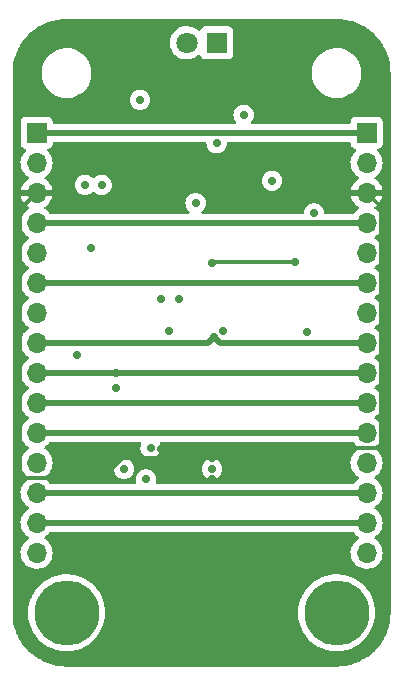
<source format=gbr>
%TF.GenerationSoftware,KiCad,Pcbnew,(6.0.9-0)*%
%TF.CreationDate,2024-11-07T13:56:04+01:00*%
%TF.ProjectId,lfo-board,6c666f2d-626f-4617-9264-2e6b69636164,rev?*%
%TF.SameCoordinates,Original*%
%TF.FileFunction,Copper,L4,Bot*%
%TF.FilePolarity,Positive*%
%FSLAX46Y46*%
G04 Gerber Fmt 4.6, Leading zero omitted, Abs format (unit mm)*
G04 Created by KiCad (PCBNEW (6.0.9-0)) date 2024-11-07 13:56:04*
%MOMM*%
%LPD*%
G01*
G04 APERTURE LIST*
%TA.AperFunction,ComponentPad*%
%ADD10C,5.500000*%
%TD*%
%TA.AperFunction,ComponentPad*%
%ADD11C,1.800000*%
%TD*%
%TA.AperFunction,ComponentPad*%
%ADD12R,1.800000X1.800000*%
%TD*%
%TA.AperFunction,ComponentPad*%
%ADD13O,1.700000X1.700000*%
%TD*%
%TA.AperFunction,ComponentPad*%
%ADD14R,1.700000X1.700000*%
%TD*%
%TA.AperFunction,ViaPad*%
%ADD15C,0.700000*%
%TD*%
%TA.AperFunction,ViaPad*%
%ADD16C,0.800000*%
%TD*%
%TA.AperFunction,Conductor*%
%ADD17C,0.500000*%
%TD*%
%TA.AperFunction,Conductor*%
%ADD18C,0.300000*%
%TD*%
G04 APERTURE END LIST*
D10*
%TO.P,H1,1,1*%
%TO.N,/GND*%
X30480000Y-99060000D03*
%TD*%
D11*
%TO.P,D2,2,AK*%
%TO.N,Net-(D2-Pad2)*%
X40645000Y-50800000D03*
D12*
%TO.P,D2,1,KA*%
%TO.N,Net-(D2-Pad1)*%
X43185000Y-50800000D03*
%TD*%
D10*
%TO.P,H3,1,1*%
%TO.N,/GND*%
X53340000Y-99060000D03*
%TD*%
D13*
%TO.P,J2,15,Pin_15*%
%TO.N,/GND*%
X27940000Y-93980000D03*
%TO.P,J2,14,Pin_14*%
%TO.N,/Vdepth*%
X27940000Y-91440000D03*
%TO.P,J2,13,Pin_13*%
%TO.N,/Vform*%
X27940000Y-88900000D03*
%TO.P,J2,12,Pin_12*%
%TO.N,/GND*%
X27940000Y-86360000D03*
%TO.P,J2,11,Pin_11*%
%TO.N,/Vof*%
X27940000Y-83820000D03*
%TO.P,J2,10,Pin_10*%
%TO.N,/Vfreq*%
X27940000Y-81280000D03*
%TO.P,J2,9,Pin_9*%
%TO.N,/Tap*%
X27940000Y-78740000D03*
%TO.P,J2,8,Pin_8*%
%TO.N,/Sync*%
X27940000Y-76200000D03*
%TO.P,J2,7,Pin_7*%
%TO.N,/GND*%
X27940000Y-73660000D03*
%TO.P,J2,6,Pin_6*%
%TO.N,/Out*%
X27940000Y-71120000D03*
%TO.P,J2,5,Pin_5*%
%TO.N,/GND*%
X27940000Y-68580000D03*
%TO.P,J2,4,Pin_4*%
%TO.N,/+5V*%
X27940000Y-66040000D03*
%TO.P,J2,3,Pin_3*%
%TO.N,/+4.5V*%
X27940000Y-63500000D03*
%TO.P,J2,2,Pin_2*%
%TO.N,/GND*%
X27940000Y-60960000D03*
D14*
%TO.P,J2,1,Pin_1*%
%TO.N,/+9V*%
X27940000Y-58420000D03*
%TD*%
D13*
%TO.P,J1,15,Pin_15*%
%TO.N,/GND*%
X55880000Y-93980000D03*
%TO.P,J1,14,Pin_14*%
%TO.N,/Vdepth*%
X55880000Y-91440000D03*
%TO.P,J1,13,Pin_13*%
%TO.N,/Vform*%
X55880000Y-88900000D03*
%TO.P,J1,12,Pin_12*%
%TO.N,/GND*%
X55880000Y-86360000D03*
%TO.P,J1,11,Pin_11*%
%TO.N,/Vof*%
X55880000Y-83820000D03*
%TO.P,J1,10,Pin_10*%
%TO.N,/Vfreq*%
X55880000Y-81280000D03*
%TO.P,J1,9,Pin_9*%
%TO.N,/Tap*%
X55880000Y-78740000D03*
%TO.P,J1,8,Pin_8*%
%TO.N,/Sync*%
X55880000Y-76200000D03*
%TO.P,J1,7,Pin_7*%
%TO.N,/GND*%
X55880000Y-73660000D03*
%TO.P,J1,6,Pin_6*%
%TO.N,/Out*%
X55880000Y-71120000D03*
%TO.P,J1,5,Pin_5*%
%TO.N,/GND*%
X55880000Y-68580000D03*
%TO.P,J1,4,Pin_4*%
%TO.N,/+5V*%
X55880000Y-66040000D03*
%TO.P,J1,3,Pin_3*%
%TO.N,/+4.5V*%
X55880000Y-63500000D03*
%TO.P,J1,2,Pin_2*%
%TO.N,/GND*%
X55880000Y-60960000D03*
D14*
%TO.P,J1,1,Pin_1*%
%TO.N,/+9V*%
X55880000Y-58420000D03*
%TD*%
D15*
%TO.N,Net-(C3-Pad2)*%
X42799000Y-69469000D03*
X49784000Y-69342000D03*
%TO.N,/GND*%
X41402000Y-64389000D03*
X36703000Y-55626000D03*
X37592000Y-85090000D03*
X43688000Y-75184000D03*
X40005000Y-72517000D03*
X35335500Y-86868000D03*
X42799000Y-86868000D03*
X34671000Y-80010000D03*
X32044500Y-62824500D03*
X45466000Y-56896000D03*
X31369000Y-77216000D03*
X39116000Y-75184000D03*
X33441500Y-62824500D03*
X37211000Y-87757000D03*
X51435000Y-65240500D03*
X32512000Y-68199000D03*
X43180000Y-59309000D03*
X38481000Y-72517000D03*
X50800000Y-75311000D03*
X47879000Y-62484000D03*
%TO.N,/+4.5V*%
X38354000Y-87757000D03*
X42799000Y-85968497D03*
D16*
X50165000Y-49911000D03*
D15*
X38487160Y-85178279D03*
X42799000Y-87767503D03*
%TO.N,/Sync*%
X42926000Y-75692000D03*
%TO.N,/Tap*%
X34671000Y-78740000D03*
%TD*%
D17*
%TO.N,/Vfreq*%
X27940000Y-81280000D02*
X55880000Y-81280000D01*
%TO.N,/Vof*%
X27940000Y-83820000D02*
X55880000Y-83820000D01*
%TO.N,/Vform*%
X27940000Y-88900000D02*
X55880000Y-88900000D01*
%TO.N,/Vdepth*%
X27940000Y-91440000D02*
X55880000Y-91440000D01*
D18*
%TO.N,Net-(C3-Pad2)*%
X49784000Y-69342000D02*
X42926000Y-69342000D01*
X42926000Y-69342000D02*
X42799000Y-69469000D01*
D17*
%TO.N,/+5V*%
X27940000Y-66040000D02*
X55880000Y-66040000D01*
%TO.N,/+9V*%
X27940000Y-58420000D02*
X55880000Y-58420000D01*
D18*
%TO.N,/+4.5V*%
X26543000Y-87630000D02*
X26543000Y-64897000D01*
X57080000Y-85033000D02*
X57080000Y-64700000D01*
X38227000Y-85979000D02*
X35234550Y-85979000D01*
X57080000Y-64700000D02*
X55880000Y-63500000D01*
X35234550Y-85979000D02*
X33782000Y-87431550D01*
X26543000Y-64897000D02*
X27940000Y-63500000D01*
X42799000Y-85968497D02*
X53731503Y-85968497D01*
X57023000Y-85090000D02*
X57080000Y-85033000D01*
X54610000Y-85090000D02*
X57023000Y-85090000D01*
X38487160Y-85178279D02*
X38487160Y-85718840D01*
X53731503Y-85968497D02*
X54610000Y-85090000D01*
X38487160Y-85718840D02*
X38227000Y-85979000D01*
X33782000Y-87431550D02*
X33782000Y-87630000D01*
X33782000Y-87630000D02*
X26543000Y-87630000D01*
D17*
%TO.N,/Out*%
X27940000Y-71120000D02*
X55880000Y-71120000D01*
%TO.N,/Sync*%
X43434000Y-76200000D02*
X55880000Y-76200000D01*
X42418000Y-76200000D02*
X42926000Y-75692000D01*
X27940000Y-76200000D02*
X42418000Y-76200000D01*
X42926000Y-75692000D02*
X43434000Y-76200000D01*
%TO.N,/Tap*%
X27940000Y-78740000D02*
X34671000Y-78740000D01*
X34671000Y-78740000D02*
X55880000Y-78740000D01*
%TD*%
%TA.AperFunction,Conductor*%
%TO.N,/+4.5V*%
G36*
X53310018Y-48770000D02*
G01*
X53324851Y-48772310D01*
X53324855Y-48772310D01*
X53333724Y-48773691D01*
X53354183Y-48771016D01*
X53376008Y-48770072D01*
X53732937Y-48785656D01*
X53743886Y-48786614D01*
X54128379Y-48837233D01*
X54139205Y-48839142D01*
X54517822Y-48923080D01*
X54528439Y-48925925D01*
X54698702Y-48979608D01*
X54898302Y-49042542D01*
X54908615Y-49046295D01*
X55266932Y-49194715D01*
X55276876Y-49199353D01*
X55620867Y-49378423D01*
X55630387Y-49383919D01*
X55957468Y-49592292D01*
X55966472Y-49598597D01*
X56274138Y-49834678D01*
X56282558Y-49841743D01*
X56353585Y-49906827D01*
X56566470Y-50101899D01*
X56568483Y-50103744D01*
X56576256Y-50111517D01*
X56838257Y-50397442D01*
X56845322Y-50405862D01*
X57081403Y-50713528D01*
X57087708Y-50722532D01*
X57259078Y-50991529D01*
X57296081Y-51049613D01*
X57301576Y-51059132D01*
X57450743Y-51345677D01*
X57480643Y-51403115D01*
X57485285Y-51413068D01*
X57633702Y-51771377D01*
X57637458Y-51781698D01*
X57658522Y-51848503D01*
X57754075Y-52151561D01*
X57756920Y-52162178D01*
X57840858Y-52540795D01*
X57842767Y-52551621D01*
X57893386Y-52936114D01*
X57894344Y-52947063D01*
X57906133Y-53217066D01*
X57909603Y-53296552D01*
X57908223Y-53321429D01*
X57906309Y-53333724D01*
X57907473Y-53342626D01*
X57907473Y-53342628D01*
X57910436Y-53365283D01*
X57911500Y-53381621D01*
X57911500Y-99010633D01*
X57910000Y-99030018D01*
X57907690Y-99044851D01*
X57907690Y-99044855D01*
X57906309Y-99053724D01*
X57908984Y-99074183D01*
X57909928Y-99096012D01*
X57894344Y-99452936D01*
X57893386Y-99463886D01*
X57842767Y-99848379D01*
X57840858Y-99859205D01*
X57756920Y-100237822D01*
X57754075Y-100248439D01*
X57637461Y-100618294D01*
X57633705Y-100628615D01*
X57579200Y-100760203D01*
X57485289Y-100986923D01*
X57480647Y-100996876D01*
X57324815Y-101296227D01*
X57301577Y-101340867D01*
X57296081Y-101350387D01*
X57087708Y-101677468D01*
X57081403Y-101686472D01*
X56845322Y-101994138D01*
X56838257Y-102002558D01*
X56580858Y-102283461D01*
X56576256Y-102288483D01*
X56568487Y-102296252D01*
X56512699Y-102347372D01*
X56282558Y-102558257D01*
X56274138Y-102565322D01*
X55966472Y-102801403D01*
X55957468Y-102807708D01*
X55630387Y-103016081D01*
X55620868Y-103021576D01*
X55276876Y-103200647D01*
X55266932Y-103205285D01*
X54908615Y-103353705D01*
X54898302Y-103357458D01*
X54698702Y-103420392D01*
X54528439Y-103474075D01*
X54517822Y-103476920D01*
X54139205Y-103560858D01*
X54128379Y-103562767D01*
X53743886Y-103613386D01*
X53732937Y-103614344D01*
X53383446Y-103629603D01*
X53358571Y-103628223D01*
X53346276Y-103626309D01*
X53337374Y-103627473D01*
X53337372Y-103627473D01*
X53322323Y-103629441D01*
X53314714Y-103630436D01*
X53298379Y-103631500D01*
X30529367Y-103631500D01*
X30509982Y-103630000D01*
X30495149Y-103627690D01*
X30495145Y-103627690D01*
X30486276Y-103626309D01*
X30465817Y-103628984D01*
X30443992Y-103629928D01*
X30087063Y-103614344D01*
X30076114Y-103613386D01*
X29691621Y-103562767D01*
X29680795Y-103560858D01*
X29302178Y-103476920D01*
X29291561Y-103474075D01*
X29121298Y-103420392D01*
X28921698Y-103357458D01*
X28911385Y-103353705D01*
X28553068Y-103205285D01*
X28543124Y-103200647D01*
X28199132Y-103021576D01*
X28189613Y-103016081D01*
X27862532Y-102807708D01*
X27853528Y-102801403D01*
X27545862Y-102565322D01*
X27537442Y-102558257D01*
X27307301Y-102347372D01*
X27251513Y-102296252D01*
X27243744Y-102288483D01*
X27239143Y-102283461D01*
X26981743Y-102002558D01*
X26974678Y-101994138D01*
X26738597Y-101686472D01*
X26732292Y-101677468D01*
X26523919Y-101350387D01*
X26518423Y-101340867D01*
X26495185Y-101296227D01*
X26339353Y-100996876D01*
X26334711Y-100986923D01*
X26240801Y-100760203D01*
X26186295Y-100628615D01*
X26182539Y-100618294D01*
X26065925Y-100248439D01*
X26063080Y-100237822D01*
X25979142Y-99859205D01*
X25977233Y-99848379D01*
X25926614Y-99463886D01*
X25925656Y-99452936D01*
X25910561Y-99107208D01*
X25912188Y-99080805D01*
X25912769Y-99077352D01*
X25912770Y-99077345D01*
X25913576Y-99072552D01*
X25913729Y-99060000D01*
X25912098Y-99048609D01*
X27216734Y-99048609D01*
X27234591Y-99401106D01*
X27235128Y-99404461D01*
X27235129Y-99404467D01*
X27250240Y-99498807D01*
X27290412Y-99749613D01*
X27383546Y-100090053D01*
X27512903Y-100418443D01*
X27514486Y-100421458D01*
X27675384Y-100727926D01*
X27675389Y-100727934D01*
X27676968Y-100730942D01*
X27678862Y-100733760D01*
X27678867Y-100733769D01*
X27698518Y-100763012D01*
X27873824Y-101023895D01*
X28101167Y-101293873D01*
X28103627Y-101296224D01*
X28103630Y-101296227D01*
X28353875Y-101535366D01*
X28353882Y-101535372D01*
X28356338Y-101537719D01*
X28636351Y-101752581D01*
X28639269Y-101754355D01*
X28935017Y-101934173D01*
X28935022Y-101934176D01*
X28937932Y-101935945D01*
X28941020Y-101937391D01*
X28941019Y-101937391D01*
X29254468Y-102084222D01*
X29254478Y-102084226D01*
X29257552Y-102085666D01*
X29260770Y-102086768D01*
X29260773Y-102086769D01*
X29588241Y-102198887D01*
X29588245Y-102198888D01*
X29591472Y-102199993D01*
X29594802Y-102200743D01*
X29594811Y-102200746D01*
X29838164Y-102255587D01*
X29935786Y-102277587D01*
X29939171Y-102277973D01*
X29939179Y-102277974D01*
X30283083Y-102317157D01*
X30283091Y-102317157D01*
X30286466Y-102317542D01*
X30289870Y-102317560D01*
X30289873Y-102317560D01*
X30481627Y-102318564D01*
X30639411Y-102319390D01*
X30642797Y-102319040D01*
X30642799Y-102319040D01*
X30987098Y-102283461D01*
X30987107Y-102283460D01*
X30990490Y-102283110D01*
X30993823Y-102282396D01*
X30993826Y-102282395D01*
X31163692Y-102245979D01*
X31335598Y-102209125D01*
X31670697Y-102098301D01*
X31991867Y-101951936D01*
X32085405Y-101896397D01*
X32292407Y-101773489D01*
X32292412Y-101773486D01*
X32295352Y-101771740D01*
X32320870Y-101752581D01*
X32574867Y-101561874D01*
X32577600Y-101559822D01*
X32835310Y-101318661D01*
X33065468Y-101051078D01*
X33265380Y-100760203D01*
X33266992Y-100757209D01*
X33266997Y-100757201D01*
X33431087Y-100452452D01*
X33432709Y-100449440D01*
X33565498Y-100122422D01*
X33573816Y-100093223D01*
X33642007Y-99853833D01*
X33662191Y-99782976D01*
X33721659Y-99435073D01*
X33723945Y-99397711D01*
X33743096Y-99084580D01*
X33743206Y-99082782D01*
X33743286Y-99060000D01*
X33742669Y-99048609D01*
X50076734Y-99048609D01*
X50094591Y-99401106D01*
X50095128Y-99404461D01*
X50095129Y-99404467D01*
X50110240Y-99498807D01*
X50150412Y-99749613D01*
X50243546Y-100090053D01*
X50372903Y-100418443D01*
X50374486Y-100421458D01*
X50535384Y-100727926D01*
X50535389Y-100727934D01*
X50536968Y-100730942D01*
X50538862Y-100733760D01*
X50538867Y-100733769D01*
X50558518Y-100763012D01*
X50733824Y-101023895D01*
X50961167Y-101293873D01*
X50963627Y-101296224D01*
X50963630Y-101296227D01*
X51213875Y-101535366D01*
X51213882Y-101535372D01*
X51216338Y-101537719D01*
X51496351Y-101752581D01*
X51499269Y-101754355D01*
X51795017Y-101934173D01*
X51795022Y-101934176D01*
X51797932Y-101935945D01*
X51801020Y-101937391D01*
X51801019Y-101937391D01*
X52114468Y-102084222D01*
X52114478Y-102084226D01*
X52117552Y-102085666D01*
X52120770Y-102086768D01*
X52120773Y-102086769D01*
X52448241Y-102198887D01*
X52448245Y-102198888D01*
X52451472Y-102199993D01*
X52454802Y-102200743D01*
X52454811Y-102200746D01*
X52698164Y-102255587D01*
X52795786Y-102277587D01*
X52799171Y-102277973D01*
X52799179Y-102277974D01*
X53143083Y-102317157D01*
X53143091Y-102317157D01*
X53146466Y-102317542D01*
X53149870Y-102317560D01*
X53149873Y-102317560D01*
X53341627Y-102318564D01*
X53499411Y-102319390D01*
X53502797Y-102319040D01*
X53502799Y-102319040D01*
X53847098Y-102283461D01*
X53847107Y-102283460D01*
X53850490Y-102283110D01*
X53853823Y-102282396D01*
X53853826Y-102282395D01*
X54023692Y-102245979D01*
X54195598Y-102209125D01*
X54530697Y-102098301D01*
X54851867Y-101951936D01*
X54945405Y-101896397D01*
X55152407Y-101773489D01*
X55152412Y-101773486D01*
X55155352Y-101771740D01*
X55180870Y-101752581D01*
X55434867Y-101561874D01*
X55437600Y-101559822D01*
X55695310Y-101318661D01*
X55925468Y-101051078D01*
X56125380Y-100760203D01*
X56126992Y-100757209D01*
X56126997Y-100757201D01*
X56291087Y-100452452D01*
X56292709Y-100449440D01*
X56425498Y-100122422D01*
X56433816Y-100093223D01*
X56502007Y-99853833D01*
X56522191Y-99782976D01*
X56581659Y-99435073D01*
X56583945Y-99397711D01*
X56603096Y-99084580D01*
X56603206Y-99082782D01*
X56603286Y-99060000D01*
X56584199Y-98707567D01*
X56527161Y-98359257D01*
X56432839Y-98019145D01*
X56429849Y-98011630D01*
X56303597Y-97694372D01*
X56302338Y-97691208D01*
X56137182Y-97379283D01*
X56130579Y-97369530D01*
X55941211Y-97089834D01*
X55941204Y-97089825D01*
X55939305Y-97087020D01*
X55937109Y-97084430D01*
X55937104Y-97084424D01*
X55848715Y-96980201D01*
X55711021Y-96817837D01*
X55455001Y-96574883D01*
X55452294Y-96572821D01*
X55452286Y-96572814D01*
X55293809Y-96452088D01*
X55174239Y-96361000D01*
X54872020Y-96178689D01*
X54868930Y-96177255D01*
X54868925Y-96177252D01*
X54711950Y-96104387D01*
X54551879Y-96030085D01*
X54548654Y-96028993D01*
X54548648Y-96028991D01*
X54220798Y-95918020D01*
X54220793Y-95918018D01*
X54217562Y-95916925D01*
X54203832Y-95913881D01*
X54134730Y-95898562D01*
X53872979Y-95840533D01*
X53748353Y-95826774D01*
X53525543Y-95802175D01*
X53525538Y-95802175D01*
X53522162Y-95801802D01*
X53518763Y-95801796D01*
X53518762Y-95801796D01*
X53352289Y-95801506D01*
X53169213Y-95801186D01*
X53038206Y-95815187D01*
X52821646Y-95838330D01*
X52821640Y-95838331D01*
X52818262Y-95838692D01*
X52473414Y-95913881D01*
X52138704Y-96025873D01*
X51818047Y-96173359D01*
X51515194Y-96354613D01*
X51233687Y-96567515D01*
X50976820Y-96809574D01*
X50747598Y-97077959D01*
X50548702Y-97369530D01*
X50382458Y-97680876D01*
X50381183Y-97684048D01*
X50381181Y-97684052D01*
X50377033Y-97694372D01*
X50250813Y-98008355D01*
X50155304Y-98348136D01*
X50154743Y-98351489D01*
X50154742Y-98351493D01*
X50097614Y-98692880D01*
X50097051Y-98696245D01*
X50076734Y-99048609D01*
X33742669Y-99048609D01*
X33724199Y-98707567D01*
X33667161Y-98359257D01*
X33572839Y-98019145D01*
X33569849Y-98011630D01*
X33443597Y-97694372D01*
X33442338Y-97691208D01*
X33277182Y-97379283D01*
X33270579Y-97369530D01*
X33081211Y-97089834D01*
X33081204Y-97089825D01*
X33079305Y-97087020D01*
X33077109Y-97084430D01*
X33077104Y-97084424D01*
X32988715Y-96980201D01*
X32851021Y-96817837D01*
X32595001Y-96574883D01*
X32592294Y-96572821D01*
X32592286Y-96572814D01*
X32433809Y-96452088D01*
X32314239Y-96361000D01*
X32012020Y-96178689D01*
X32008930Y-96177255D01*
X32008925Y-96177252D01*
X31851950Y-96104387D01*
X31691879Y-96030085D01*
X31688654Y-96028993D01*
X31688648Y-96028991D01*
X31360798Y-95918020D01*
X31360793Y-95918018D01*
X31357562Y-95916925D01*
X31343832Y-95913881D01*
X31274730Y-95898562D01*
X31012979Y-95840533D01*
X30888353Y-95826774D01*
X30665543Y-95802175D01*
X30665538Y-95802175D01*
X30662162Y-95801802D01*
X30658763Y-95801796D01*
X30658762Y-95801796D01*
X30492289Y-95801506D01*
X30309213Y-95801186D01*
X30178206Y-95815187D01*
X29961646Y-95838330D01*
X29961640Y-95838331D01*
X29958262Y-95838692D01*
X29613414Y-95913881D01*
X29278704Y-96025873D01*
X28958047Y-96173359D01*
X28655194Y-96354613D01*
X28373687Y-96567515D01*
X28116820Y-96809574D01*
X27887598Y-97077959D01*
X27688702Y-97369530D01*
X27522458Y-97680876D01*
X27521183Y-97684048D01*
X27521181Y-97684052D01*
X27517033Y-97694372D01*
X27390813Y-98008355D01*
X27295304Y-98348136D01*
X27294743Y-98351489D01*
X27294742Y-98351493D01*
X27237614Y-98692880D01*
X27237051Y-98696245D01*
X27216734Y-99048609D01*
X25912098Y-99048609D01*
X25909773Y-99032376D01*
X25908500Y-99014514D01*
X25908500Y-93946695D01*
X26577251Y-93946695D01*
X26577548Y-93951848D01*
X26577548Y-93951851D01*
X26583011Y-94046590D01*
X26590110Y-94169715D01*
X26591247Y-94174761D01*
X26591248Y-94174767D01*
X26611119Y-94262939D01*
X26639222Y-94387639D01*
X26723266Y-94594616D01*
X26839987Y-94785088D01*
X26986250Y-94953938D01*
X27158126Y-95096632D01*
X27351000Y-95209338D01*
X27559692Y-95289030D01*
X27564760Y-95290061D01*
X27564763Y-95290062D01*
X27672017Y-95311883D01*
X27778597Y-95333567D01*
X27783772Y-95333757D01*
X27783774Y-95333757D01*
X27996673Y-95341564D01*
X27996677Y-95341564D01*
X28001837Y-95341753D01*
X28006957Y-95341097D01*
X28006959Y-95341097D01*
X28218288Y-95314025D01*
X28218289Y-95314025D01*
X28223416Y-95313368D01*
X28228366Y-95311883D01*
X28432429Y-95250661D01*
X28432434Y-95250659D01*
X28437384Y-95249174D01*
X28637994Y-95150896D01*
X28819860Y-95021173D01*
X28978096Y-94863489D01*
X29037594Y-94780689D01*
X29105435Y-94686277D01*
X29108453Y-94682077D01*
X29207430Y-94481811D01*
X29272370Y-94268069D01*
X29301529Y-94046590D01*
X29303156Y-93980000D01*
X29284852Y-93757361D01*
X29230431Y-93540702D01*
X29141354Y-93335840D01*
X29020014Y-93148277D01*
X28869670Y-92983051D01*
X28865619Y-92979852D01*
X28865615Y-92979848D01*
X28698414Y-92847800D01*
X28698410Y-92847798D01*
X28694359Y-92844598D01*
X28653053Y-92821796D01*
X28603084Y-92771364D01*
X28588312Y-92701921D01*
X28613428Y-92635516D01*
X28640780Y-92608909D01*
X28684603Y-92577650D01*
X28819860Y-92481173D01*
X28978096Y-92323489D01*
X29030203Y-92250974D01*
X29086198Y-92207326D01*
X29132526Y-92198500D01*
X54682491Y-92198500D01*
X54750612Y-92218502D01*
X54779402Y-92245595D01*
X54779987Y-92245088D01*
X54926250Y-92413938D01*
X55098126Y-92556632D01*
X55168595Y-92597811D01*
X55171445Y-92599476D01*
X55220169Y-92651114D01*
X55233240Y-92720897D01*
X55206509Y-92786669D01*
X55166055Y-92820027D01*
X55153607Y-92826507D01*
X55149474Y-92829610D01*
X55149471Y-92829612D01*
X55125247Y-92847800D01*
X54974965Y-92960635D01*
X54820629Y-93122138D01*
X54694743Y-93306680D01*
X54600688Y-93509305D01*
X54540989Y-93724570D01*
X54517251Y-93946695D01*
X54517548Y-93951848D01*
X54517548Y-93951851D01*
X54523011Y-94046590D01*
X54530110Y-94169715D01*
X54531247Y-94174761D01*
X54531248Y-94174767D01*
X54551119Y-94262939D01*
X54579222Y-94387639D01*
X54663266Y-94594616D01*
X54779987Y-94785088D01*
X54926250Y-94953938D01*
X55098126Y-95096632D01*
X55291000Y-95209338D01*
X55499692Y-95289030D01*
X55504760Y-95290061D01*
X55504763Y-95290062D01*
X55612017Y-95311883D01*
X55718597Y-95333567D01*
X55723772Y-95333757D01*
X55723774Y-95333757D01*
X55936673Y-95341564D01*
X55936677Y-95341564D01*
X55941837Y-95341753D01*
X55946957Y-95341097D01*
X55946959Y-95341097D01*
X56158288Y-95314025D01*
X56158289Y-95314025D01*
X56163416Y-95313368D01*
X56168366Y-95311883D01*
X56372429Y-95250661D01*
X56372434Y-95250659D01*
X56377384Y-95249174D01*
X56577994Y-95150896D01*
X56759860Y-95021173D01*
X56918096Y-94863489D01*
X56977594Y-94780689D01*
X57045435Y-94686277D01*
X57048453Y-94682077D01*
X57147430Y-94481811D01*
X57212370Y-94268069D01*
X57241529Y-94046590D01*
X57243156Y-93980000D01*
X57224852Y-93757361D01*
X57170431Y-93540702D01*
X57081354Y-93335840D01*
X56960014Y-93148277D01*
X56809670Y-92983051D01*
X56805619Y-92979852D01*
X56805615Y-92979848D01*
X56638414Y-92847800D01*
X56638410Y-92847798D01*
X56634359Y-92844598D01*
X56593053Y-92821796D01*
X56543084Y-92771364D01*
X56528312Y-92701921D01*
X56553428Y-92635516D01*
X56580780Y-92608909D01*
X56624603Y-92577650D01*
X56759860Y-92481173D01*
X56918096Y-92323489D01*
X56977594Y-92240689D01*
X57045435Y-92146277D01*
X57048453Y-92142077D01*
X57147430Y-91941811D01*
X57212370Y-91728069D01*
X57241529Y-91506590D01*
X57243156Y-91440000D01*
X57224852Y-91217361D01*
X57170431Y-91000702D01*
X57081354Y-90795840D01*
X57007384Y-90681500D01*
X56962822Y-90612617D01*
X56962818Y-90612612D01*
X56960014Y-90608277D01*
X56809670Y-90443051D01*
X56805619Y-90439852D01*
X56805615Y-90439848D01*
X56638414Y-90307800D01*
X56638410Y-90307798D01*
X56634359Y-90304598D01*
X56593053Y-90281796D01*
X56543084Y-90231364D01*
X56528312Y-90161921D01*
X56553428Y-90095516D01*
X56580780Y-90068909D01*
X56624603Y-90037650D01*
X56759860Y-89941173D01*
X56918096Y-89783489D01*
X56977594Y-89700689D01*
X57045435Y-89606277D01*
X57048453Y-89602077D01*
X57147430Y-89401811D01*
X57212370Y-89188069D01*
X57241529Y-88966590D01*
X57243156Y-88900000D01*
X57224852Y-88677361D01*
X57170431Y-88460702D01*
X57081354Y-88255840D01*
X57006190Y-88139654D01*
X56962822Y-88072617D01*
X56962818Y-88072612D01*
X56960014Y-88068277D01*
X56809670Y-87903051D01*
X56805619Y-87899852D01*
X56805615Y-87899848D01*
X56638414Y-87767800D01*
X56638410Y-87767798D01*
X56634359Y-87764598D01*
X56593053Y-87741796D01*
X56543084Y-87691364D01*
X56528312Y-87621921D01*
X56553428Y-87555516D01*
X56580780Y-87528909D01*
X56624603Y-87497650D01*
X56759860Y-87401173D01*
X56918096Y-87243489D01*
X56977594Y-87160689D01*
X57045435Y-87066277D01*
X57048453Y-87062077D01*
X57052567Y-87053754D01*
X57145136Y-86866453D01*
X57145137Y-86866451D01*
X57147430Y-86861811D01*
X57198084Y-86695089D01*
X57210865Y-86653023D01*
X57210865Y-86653021D01*
X57212370Y-86648069D01*
X57241529Y-86426590D01*
X57241611Y-86423240D01*
X57243074Y-86363365D01*
X57243074Y-86363361D01*
X57243156Y-86360000D01*
X57224852Y-86137361D01*
X57170431Y-85920702D01*
X57081354Y-85715840D01*
X56960014Y-85528277D01*
X56809670Y-85363051D01*
X56805619Y-85359852D01*
X56805615Y-85359848D01*
X56638414Y-85227800D01*
X56638410Y-85227798D01*
X56634359Y-85224598D01*
X56593053Y-85201796D01*
X56543084Y-85151364D01*
X56528312Y-85081921D01*
X56553428Y-85015516D01*
X56580780Y-84988909D01*
X56624603Y-84957650D01*
X56759860Y-84861173D01*
X56918096Y-84703489D01*
X56977594Y-84620689D01*
X57045435Y-84526277D01*
X57048453Y-84522077D01*
X57147430Y-84321811D01*
X57212370Y-84108069D01*
X57241529Y-83886590D01*
X57243156Y-83820000D01*
X57224852Y-83597361D01*
X57170431Y-83380702D01*
X57081354Y-83175840D01*
X57007384Y-83061500D01*
X56962822Y-82992617D01*
X56962818Y-82992612D01*
X56960014Y-82988277D01*
X56809670Y-82823051D01*
X56805619Y-82819852D01*
X56805615Y-82819848D01*
X56638414Y-82687800D01*
X56638410Y-82687798D01*
X56634359Y-82684598D01*
X56593053Y-82661796D01*
X56543084Y-82611364D01*
X56528312Y-82541921D01*
X56553428Y-82475516D01*
X56580780Y-82448909D01*
X56624603Y-82417650D01*
X56759860Y-82321173D01*
X56918096Y-82163489D01*
X56977594Y-82080689D01*
X57045435Y-81986277D01*
X57048453Y-81982077D01*
X57147430Y-81781811D01*
X57212370Y-81568069D01*
X57241529Y-81346590D01*
X57243156Y-81280000D01*
X57224852Y-81057361D01*
X57170431Y-80840702D01*
X57081354Y-80635840D01*
X57004727Y-80517393D01*
X56962822Y-80452617D01*
X56962818Y-80452612D01*
X56960014Y-80448277D01*
X56809670Y-80283051D01*
X56805619Y-80279852D01*
X56805615Y-80279848D01*
X56638414Y-80147800D01*
X56638410Y-80147798D01*
X56634359Y-80144598D01*
X56593053Y-80121796D01*
X56543084Y-80071364D01*
X56528312Y-80001921D01*
X56553428Y-79935516D01*
X56580780Y-79908909D01*
X56624603Y-79877650D01*
X56759860Y-79781173D01*
X56918096Y-79623489D01*
X56977594Y-79540689D01*
X57045435Y-79446277D01*
X57048453Y-79442077D01*
X57147430Y-79241811D01*
X57212370Y-79028069D01*
X57241529Y-78806590D01*
X57243156Y-78740000D01*
X57224852Y-78517361D01*
X57170431Y-78300702D01*
X57081354Y-78095840D01*
X57007384Y-77981500D01*
X56962822Y-77912617D01*
X56962818Y-77912612D01*
X56960014Y-77908277D01*
X56809670Y-77743051D01*
X56805619Y-77739852D01*
X56805615Y-77739848D01*
X56638414Y-77607800D01*
X56638410Y-77607798D01*
X56634359Y-77604598D01*
X56593053Y-77581796D01*
X56543084Y-77531364D01*
X56528312Y-77461921D01*
X56553428Y-77395516D01*
X56580780Y-77368909D01*
X56624603Y-77337650D01*
X56759860Y-77241173D01*
X56918096Y-77083489D01*
X56977594Y-77000689D01*
X57045435Y-76906277D01*
X57048453Y-76902077D01*
X57051157Y-76896607D01*
X57145136Y-76706453D01*
X57145137Y-76706451D01*
X57147430Y-76701811D01*
X57212370Y-76488069D01*
X57241529Y-76266590D01*
X57243156Y-76200000D01*
X57224852Y-75977361D01*
X57170431Y-75760702D01*
X57081354Y-75555840D01*
X57006528Y-75440177D01*
X56962822Y-75372617D01*
X56962818Y-75372612D01*
X56960014Y-75368277D01*
X56809670Y-75203051D01*
X56805619Y-75199852D01*
X56805615Y-75199848D01*
X56638414Y-75067800D01*
X56638410Y-75067798D01*
X56634359Y-75064598D01*
X56593053Y-75041796D01*
X56543084Y-74991364D01*
X56528312Y-74921921D01*
X56553428Y-74855516D01*
X56580780Y-74828909D01*
X56624603Y-74797650D01*
X56759860Y-74701173D01*
X56795545Y-74665613D01*
X56841209Y-74620107D01*
X56918096Y-74543489D01*
X56977594Y-74460689D01*
X57045435Y-74366277D01*
X57048453Y-74362077D01*
X57065853Y-74326872D01*
X57145136Y-74166453D01*
X57145137Y-74166451D01*
X57147430Y-74161811D01*
X57212370Y-73948069D01*
X57241529Y-73726590D01*
X57243156Y-73660000D01*
X57224852Y-73437361D01*
X57170431Y-73220702D01*
X57081354Y-73015840D01*
X56960014Y-72828277D01*
X56809670Y-72663051D01*
X56805619Y-72659852D01*
X56805615Y-72659848D01*
X56638414Y-72527800D01*
X56638410Y-72527798D01*
X56634359Y-72524598D01*
X56593053Y-72501796D01*
X56543084Y-72451364D01*
X56528312Y-72381921D01*
X56553428Y-72315516D01*
X56580780Y-72288909D01*
X56624603Y-72257650D01*
X56759860Y-72161173D01*
X56918096Y-72003489D01*
X56977594Y-71920689D01*
X57045435Y-71826277D01*
X57048453Y-71822077D01*
X57147430Y-71621811D01*
X57212370Y-71408069D01*
X57241529Y-71186590D01*
X57243156Y-71120000D01*
X57224852Y-70897361D01*
X57170431Y-70680702D01*
X57081354Y-70475840D01*
X57005266Y-70358226D01*
X56962822Y-70292617D01*
X56962818Y-70292612D01*
X56960014Y-70288277D01*
X56809670Y-70123051D01*
X56805619Y-70119852D01*
X56805615Y-70119848D01*
X56638414Y-69987800D01*
X56638410Y-69987798D01*
X56634359Y-69984598D01*
X56593053Y-69961796D01*
X56543084Y-69911364D01*
X56528312Y-69841921D01*
X56553428Y-69775516D01*
X56580780Y-69748909D01*
X56624603Y-69717650D01*
X56759860Y-69621173D01*
X56918096Y-69463489D01*
X56977594Y-69380689D01*
X57045435Y-69286277D01*
X57048453Y-69282077D01*
X57147430Y-69081811D01*
X57212370Y-68868069D01*
X57241529Y-68646590D01*
X57243156Y-68580000D01*
X57224852Y-68357361D01*
X57170431Y-68140702D01*
X57081354Y-67935840D01*
X57041906Y-67874862D01*
X56962822Y-67752617D01*
X56962820Y-67752614D01*
X56960014Y-67748277D01*
X56809670Y-67583051D01*
X56805619Y-67579852D01*
X56805615Y-67579848D01*
X56638414Y-67447800D01*
X56638410Y-67447798D01*
X56634359Y-67444598D01*
X56593053Y-67421796D01*
X56543084Y-67371364D01*
X56528312Y-67301921D01*
X56553428Y-67235516D01*
X56580780Y-67208909D01*
X56624603Y-67177650D01*
X56759860Y-67081173D01*
X56918096Y-66923489D01*
X56977594Y-66840689D01*
X57045435Y-66746277D01*
X57048453Y-66742077D01*
X57147430Y-66541811D01*
X57212370Y-66328069D01*
X57241529Y-66106590D01*
X57243156Y-66040000D01*
X57224852Y-65817361D01*
X57170431Y-65600702D01*
X57081354Y-65395840D01*
X57003151Y-65274957D01*
X56962822Y-65212617D01*
X56962818Y-65212612D01*
X56960014Y-65208277D01*
X56809670Y-65043051D01*
X56805619Y-65039852D01*
X56805615Y-65039848D01*
X56638414Y-64907800D01*
X56638410Y-64907798D01*
X56634359Y-64904598D01*
X56628387Y-64901301D01*
X56592569Y-64881529D01*
X56542598Y-64831097D01*
X56527826Y-64761654D01*
X56552942Y-64695248D01*
X56580294Y-64668641D01*
X56755328Y-64543792D01*
X56763200Y-64537139D01*
X56914052Y-64386812D01*
X56920730Y-64378965D01*
X57045003Y-64206020D01*
X57050313Y-64197183D01*
X57144670Y-64006267D01*
X57148469Y-63996672D01*
X57210377Y-63792910D01*
X57212555Y-63782837D01*
X57213986Y-63771962D01*
X57211775Y-63757778D01*
X57198617Y-63754000D01*
X54563225Y-63754000D01*
X54549694Y-63757973D01*
X54548257Y-63767966D01*
X54578565Y-63902446D01*
X54581645Y-63912275D01*
X54661770Y-64109603D01*
X54666413Y-64118794D01*
X54777694Y-64300388D01*
X54783777Y-64308699D01*
X54923213Y-64469667D01*
X54930580Y-64476883D01*
X55094434Y-64612916D01*
X55102881Y-64618831D01*
X55171969Y-64659203D01*
X55220693Y-64710842D01*
X55233764Y-64780625D01*
X55207033Y-64846396D01*
X55166584Y-64879752D01*
X55153607Y-64886507D01*
X55149474Y-64889610D01*
X55149471Y-64889612D01*
X55125247Y-64907800D01*
X54974965Y-65020635D01*
X54820629Y-65182138D01*
X54790363Y-65226507D01*
X54735455Y-65271507D01*
X54686277Y-65281500D01*
X52415989Y-65281500D01*
X52347868Y-65261498D01*
X52301375Y-65207842D01*
X52290679Y-65168671D01*
X52280055Y-65067589D01*
X52280055Y-65067588D01*
X52279365Y-65061025D01*
X52223599Y-64889393D01*
X52133367Y-64733107D01*
X52123429Y-64722069D01*
X52017035Y-64603907D01*
X52017034Y-64603906D01*
X52012613Y-64598996D01*
X51936632Y-64543792D01*
X51871957Y-64496803D01*
X51871956Y-64496802D01*
X51866615Y-64492922D01*
X51860587Y-64490238D01*
X51860585Y-64490237D01*
X51707783Y-64422205D01*
X51707781Y-64422205D01*
X51701752Y-64419520D01*
X51613492Y-64400760D01*
X51531689Y-64383372D01*
X51531685Y-64383372D01*
X51525232Y-64382000D01*
X51344768Y-64382000D01*
X51338315Y-64383372D01*
X51338311Y-64383372D01*
X51256508Y-64400760D01*
X51168248Y-64419520D01*
X51162219Y-64422204D01*
X51162217Y-64422205D01*
X51009416Y-64490237D01*
X51009414Y-64490238D01*
X51003386Y-64492922D01*
X50998045Y-64496802D01*
X50998044Y-64496803D01*
X50862731Y-64595113D01*
X50862729Y-64595115D01*
X50857387Y-64598996D01*
X50852966Y-64603906D01*
X50852965Y-64603907D01*
X50746572Y-64722069D01*
X50736633Y-64733107D01*
X50646401Y-64889393D01*
X50590635Y-65061025D01*
X50589945Y-65067588D01*
X50589945Y-65067589D01*
X50579321Y-65168671D01*
X50552308Y-65234327D01*
X50494086Y-65274957D01*
X50454011Y-65281500D01*
X42021935Y-65281500D01*
X41953814Y-65261498D01*
X41907321Y-65207842D01*
X41897217Y-65137568D01*
X41926711Y-65072988D01*
X41947870Y-65053566D01*
X41979613Y-65030504D01*
X42092979Y-64904598D01*
X42095948Y-64901301D01*
X42095949Y-64901300D01*
X42100367Y-64896393D01*
X42190599Y-64740107D01*
X42246365Y-64568475D01*
X42265229Y-64389000D01*
X42246365Y-64209525D01*
X42190599Y-64037893D01*
X42100367Y-63881607D01*
X41979613Y-63747496D01*
X41839201Y-63645480D01*
X41838957Y-63645303D01*
X41838956Y-63645302D01*
X41833615Y-63641422D01*
X41827587Y-63638738D01*
X41827585Y-63638737D01*
X41674783Y-63570705D01*
X41674781Y-63570705D01*
X41668752Y-63568020D01*
X41580492Y-63549260D01*
X41498689Y-63531872D01*
X41498685Y-63531872D01*
X41492232Y-63530500D01*
X41311768Y-63530500D01*
X41305315Y-63531872D01*
X41305311Y-63531872D01*
X41223508Y-63549260D01*
X41135248Y-63568020D01*
X41129219Y-63570704D01*
X41129217Y-63570705D01*
X40976416Y-63638737D01*
X40976414Y-63638738D01*
X40970386Y-63641422D01*
X40965045Y-63645302D01*
X40965044Y-63645303D01*
X40829731Y-63743613D01*
X40829729Y-63743615D01*
X40824387Y-63747496D01*
X40703633Y-63881607D01*
X40613401Y-64037893D01*
X40557635Y-64209525D01*
X40538771Y-64389000D01*
X40557635Y-64568475D01*
X40613401Y-64740107D01*
X40703633Y-64896393D01*
X40708051Y-64901300D01*
X40708052Y-64901301D01*
X40711021Y-64904598D01*
X40824387Y-65030504D01*
X40856128Y-65053565D01*
X40899480Y-65109787D01*
X40905555Y-65180523D01*
X40872423Y-65243315D01*
X40810603Y-65278226D01*
X40782065Y-65281500D01*
X29135939Y-65281500D01*
X29067818Y-65261498D01*
X29030147Y-65223941D01*
X29022822Y-65212617D01*
X29020014Y-65208277D01*
X28869670Y-65043051D01*
X28865619Y-65039852D01*
X28865615Y-65039848D01*
X28698414Y-64907800D01*
X28698410Y-64907798D01*
X28694359Y-64904598D01*
X28688387Y-64901301D01*
X28652569Y-64881529D01*
X28602598Y-64831097D01*
X28587826Y-64761654D01*
X28612942Y-64695248D01*
X28640294Y-64668641D01*
X28815328Y-64543792D01*
X28823200Y-64537139D01*
X28974052Y-64386812D01*
X28980730Y-64378965D01*
X29105003Y-64206020D01*
X29110313Y-64197183D01*
X29204670Y-64006267D01*
X29208469Y-63996672D01*
X29270377Y-63792910D01*
X29272555Y-63782837D01*
X29273986Y-63771962D01*
X29271775Y-63757778D01*
X29258617Y-63754000D01*
X26623225Y-63754000D01*
X26609694Y-63757973D01*
X26608257Y-63767966D01*
X26638565Y-63902446D01*
X26641645Y-63912275D01*
X26721770Y-64109603D01*
X26726413Y-64118794D01*
X26837694Y-64300388D01*
X26843777Y-64308699D01*
X26983213Y-64469667D01*
X26990580Y-64476883D01*
X27154434Y-64612916D01*
X27162881Y-64618831D01*
X27231969Y-64659203D01*
X27280693Y-64710842D01*
X27293764Y-64780625D01*
X27267033Y-64846396D01*
X27226584Y-64879752D01*
X27213607Y-64886507D01*
X27209474Y-64889610D01*
X27209471Y-64889612D01*
X27185247Y-64907800D01*
X27034965Y-65020635D01*
X26880629Y-65182138D01*
X26877720Y-65186403D01*
X26877714Y-65186411D01*
X26845028Y-65234327D01*
X26754743Y-65366680D01*
X26660688Y-65569305D01*
X26600989Y-65784570D01*
X26577251Y-66006695D01*
X26577548Y-66011848D01*
X26577548Y-66011851D01*
X26583011Y-66106590D01*
X26590110Y-66229715D01*
X26591247Y-66234761D01*
X26591248Y-66234767D01*
X26611119Y-66322939D01*
X26639222Y-66447639D01*
X26723266Y-66654616D01*
X26839987Y-66845088D01*
X26986250Y-67013938D01*
X27158126Y-67156632D01*
X27228595Y-67197811D01*
X27231445Y-67199476D01*
X27280169Y-67251114D01*
X27293240Y-67320897D01*
X27266509Y-67386669D01*
X27226055Y-67420027D01*
X27213607Y-67426507D01*
X27209474Y-67429610D01*
X27209471Y-67429612D01*
X27039100Y-67557530D01*
X27034965Y-67560635D01*
X26880629Y-67722138D01*
X26754743Y-67906680D01*
X26660688Y-68109305D01*
X26600989Y-68324570D01*
X26577251Y-68546695D01*
X26577548Y-68551848D01*
X26577548Y-68551851D01*
X26583011Y-68646590D01*
X26590110Y-68769715D01*
X26591247Y-68774761D01*
X26591248Y-68774767D01*
X26603628Y-68829699D01*
X26639222Y-68987639D01*
X26723266Y-69194616D01*
X26725965Y-69199020D01*
X26785449Y-69296089D01*
X26839987Y-69385088D01*
X26986250Y-69553938D01*
X27158126Y-69696632D01*
X27228595Y-69737811D01*
X27231445Y-69739476D01*
X27280169Y-69791114D01*
X27293240Y-69860897D01*
X27266509Y-69926669D01*
X27226055Y-69960027D01*
X27213607Y-69966507D01*
X27209474Y-69969610D01*
X27209471Y-69969612D01*
X27046115Y-70092263D01*
X27034965Y-70100635D01*
X26880629Y-70262138D01*
X26877720Y-70266403D01*
X26877714Y-70266411D01*
X26838897Y-70323315D01*
X26754743Y-70446680D01*
X26660688Y-70649305D01*
X26600989Y-70864570D01*
X26577251Y-71086695D01*
X26577548Y-71091848D01*
X26577548Y-71091851D01*
X26583011Y-71186590D01*
X26590110Y-71309715D01*
X26591247Y-71314761D01*
X26591248Y-71314767D01*
X26611119Y-71402939D01*
X26639222Y-71527639D01*
X26723266Y-71734616D01*
X26839987Y-71925088D01*
X26986250Y-72093938D01*
X27158126Y-72236632D01*
X27228595Y-72277811D01*
X27231445Y-72279476D01*
X27280169Y-72331114D01*
X27293240Y-72400897D01*
X27266509Y-72466669D01*
X27226055Y-72500027D01*
X27213607Y-72506507D01*
X27209474Y-72509610D01*
X27209471Y-72509612D01*
X27185247Y-72527800D01*
X27034965Y-72640635D01*
X26880629Y-72802138D01*
X26877715Y-72806410D01*
X26877714Y-72806411D01*
X26792556Y-72931249D01*
X26754743Y-72986680D01*
X26660688Y-73189305D01*
X26600989Y-73404570D01*
X26577251Y-73626695D01*
X26577548Y-73631848D01*
X26577548Y-73631851D01*
X26583011Y-73726590D01*
X26590110Y-73849715D01*
X26591247Y-73854761D01*
X26591248Y-73854767D01*
X26611119Y-73942939D01*
X26639222Y-74067639D01*
X26723266Y-74274616D01*
X26774019Y-74357438D01*
X26822421Y-74436422D01*
X26839987Y-74465088D01*
X26986250Y-74633938D01*
X27044533Y-74682325D01*
X27152016Y-74771559D01*
X27158126Y-74776632D01*
X27214074Y-74809325D01*
X27231445Y-74819476D01*
X27280169Y-74871114D01*
X27293240Y-74940897D01*
X27266509Y-75006669D01*
X27226055Y-75040027D01*
X27213607Y-75046507D01*
X27209474Y-75049610D01*
X27209471Y-75049612D01*
X27185247Y-75067800D01*
X27034965Y-75180635D01*
X26880629Y-75342138D01*
X26877720Y-75346403D01*
X26877714Y-75346411D01*
X26832263Y-75413040D01*
X26754743Y-75526680D01*
X26660688Y-75729305D01*
X26600989Y-75944570D01*
X26577251Y-76166695D01*
X26577548Y-76171848D01*
X26577548Y-76171851D01*
X26583011Y-76266590D01*
X26590110Y-76389715D01*
X26591247Y-76394761D01*
X26591248Y-76394767D01*
X26611119Y-76482939D01*
X26639222Y-76607639D01*
X26723266Y-76814616D01*
X26739108Y-76840468D01*
X26805895Y-76949454D01*
X26839987Y-77005088D01*
X26986250Y-77173938D01*
X27158126Y-77316632D01*
X27228595Y-77357811D01*
X27231445Y-77359476D01*
X27280169Y-77411114D01*
X27293240Y-77480897D01*
X27266509Y-77546669D01*
X27226055Y-77580027D01*
X27213607Y-77586507D01*
X27209474Y-77589610D01*
X27209471Y-77589612D01*
X27185247Y-77607800D01*
X27034965Y-77720635D01*
X26880629Y-77882138D01*
X26877720Y-77886403D01*
X26877714Y-77886411D01*
X26819666Y-77971507D01*
X26754743Y-78066680D01*
X26660688Y-78269305D01*
X26600989Y-78484570D01*
X26577251Y-78706695D01*
X26577548Y-78711848D01*
X26577548Y-78711851D01*
X26583011Y-78806590D01*
X26590110Y-78929715D01*
X26591247Y-78934761D01*
X26591248Y-78934767D01*
X26611119Y-79022939D01*
X26639222Y-79147639D01*
X26723266Y-79354616D01*
X26725965Y-79359020D01*
X26812569Y-79500345D01*
X26839987Y-79545088D01*
X26986250Y-79713938D01*
X27158126Y-79856632D01*
X27228595Y-79897811D01*
X27231445Y-79899476D01*
X27280169Y-79951114D01*
X27293240Y-80020897D01*
X27266509Y-80086669D01*
X27226055Y-80120027D01*
X27213607Y-80126507D01*
X27209474Y-80129610D01*
X27209471Y-80129612D01*
X27039100Y-80257530D01*
X27034965Y-80260635D01*
X26880629Y-80422138D01*
X26877720Y-80426403D01*
X26877714Y-80426411D01*
X26835476Y-80488330D01*
X26754743Y-80606680D01*
X26660688Y-80809305D01*
X26600989Y-81024570D01*
X26577251Y-81246695D01*
X26577548Y-81251848D01*
X26577548Y-81251851D01*
X26583011Y-81346590D01*
X26590110Y-81469715D01*
X26591247Y-81474761D01*
X26591248Y-81474767D01*
X26611119Y-81562939D01*
X26639222Y-81687639D01*
X26723266Y-81894616D01*
X26839987Y-82085088D01*
X26986250Y-82253938D01*
X27158126Y-82396632D01*
X27228595Y-82437811D01*
X27231445Y-82439476D01*
X27280169Y-82491114D01*
X27293240Y-82560897D01*
X27266509Y-82626669D01*
X27226055Y-82660027D01*
X27213607Y-82666507D01*
X27209474Y-82669610D01*
X27209471Y-82669612D01*
X27185247Y-82687800D01*
X27034965Y-82800635D01*
X26880629Y-82962138D01*
X26877720Y-82966403D01*
X26877714Y-82966411D01*
X26826493Y-83041498D01*
X26754743Y-83146680D01*
X26660688Y-83349305D01*
X26600989Y-83564570D01*
X26577251Y-83786695D01*
X26577548Y-83791848D01*
X26577548Y-83791851D01*
X26583011Y-83886590D01*
X26590110Y-84009715D01*
X26591247Y-84014761D01*
X26591248Y-84014767D01*
X26611119Y-84102939D01*
X26639222Y-84227639D01*
X26723266Y-84434616D01*
X26725965Y-84439020D01*
X26812569Y-84580345D01*
X26839987Y-84625088D01*
X26986250Y-84793938D01*
X27158126Y-84936632D01*
X27228595Y-84977811D01*
X27231445Y-84979476D01*
X27280169Y-85031114D01*
X27293240Y-85100897D01*
X27266509Y-85166669D01*
X27226055Y-85200027D01*
X27213607Y-85206507D01*
X27209474Y-85209610D01*
X27209471Y-85209612D01*
X27039100Y-85337530D01*
X27034965Y-85340635D01*
X26880629Y-85502138D01*
X26754743Y-85686680D01*
X26660688Y-85889305D01*
X26600989Y-86104570D01*
X26577251Y-86326695D01*
X26577548Y-86331848D01*
X26577548Y-86331851D01*
X26588580Y-86523178D01*
X26590110Y-86549715D01*
X26591247Y-86554761D01*
X26591248Y-86554767D01*
X26611119Y-86642939D01*
X26639222Y-86767639D01*
X26723266Y-86974616D01*
X26767914Y-87047475D01*
X26812607Y-87120407D01*
X26839987Y-87165088D01*
X26986250Y-87333938D01*
X27158126Y-87476632D01*
X27205976Y-87504593D01*
X27231445Y-87519476D01*
X27280169Y-87571114D01*
X27293240Y-87640897D01*
X27266509Y-87706669D01*
X27226055Y-87740027D01*
X27213607Y-87746507D01*
X27209474Y-87749610D01*
X27209471Y-87749612D01*
X27185247Y-87767800D01*
X27034965Y-87880635D01*
X26880629Y-88042138D01*
X26877720Y-88046403D01*
X26877714Y-88046411D01*
X26826493Y-88121498D01*
X26754743Y-88226680D01*
X26660688Y-88429305D01*
X26600989Y-88644570D01*
X26577251Y-88866695D01*
X26577548Y-88871848D01*
X26577548Y-88871851D01*
X26583011Y-88966590D01*
X26590110Y-89089715D01*
X26591247Y-89094761D01*
X26591248Y-89094767D01*
X26611119Y-89182939D01*
X26639222Y-89307639D01*
X26723266Y-89514616D01*
X26839987Y-89705088D01*
X26986250Y-89873938D01*
X27158126Y-90016632D01*
X27228595Y-90057811D01*
X27231445Y-90059476D01*
X27280169Y-90111114D01*
X27293240Y-90180897D01*
X27266509Y-90246669D01*
X27226055Y-90280027D01*
X27213607Y-90286507D01*
X27209474Y-90289610D01*
X27209471Y-90289612D01*
X27185247Y-90307800D01*
X27034965Y-90420635D01*
X26880629Y-90582138D01*
X26877720Y-90586403D01*
X26877714Y-90586411D01*
X26826493Y-90661498D01*
X26754743Y-90766680D01*
X26660688Y-90969305D01*
X26600989Y-91184570D01*
X26577251Y-91406695D01*
X26577548Y-91411848D01*
X26577548Y-91411851D01*
X26583011Y-91506590D01*
X26590110Y-91629715D01*
X26591247Y-91634761D01*
X26591248Y-91634767D01*
X26611119Y-91722939D01*
X26639222Y-91847639D01*
X26723266Y-92054616D01*
X26839987Y-92245088D01*
X26986250Y-92413938D01*
X27158126Y-92556632D01*
X27228595Y-92597811D01*
X27231445Y-92599476D01*
X27280169Y-92651114D01*
X27293240Y-92720897D01*
X27266509Y-92786669D01*
X27226055Y-92820027D01*
X27213607Y-92826507D01*
X27209474Y-92829610D01*
X27209471Y-92829612D01*
X27185247Y-92847800D01*
X27034965Y-92960635D01*
X26880629Y-93122138D01*
X26754743Y-93306680D01*
X26660688Y-93509305D01*
X26600989Y-93724570D01*
X26577251Y-93946695D01*
X25908500Y-93946695D01*
X25908500Y-60926695D01*
X26577251Y-60926695D01*
X26577548Y-60931848D01*
X26577548Y-60931851D01*
X26583011Y-61026590D01*
X26590110Y-61149715D01*
X26591247Y-61154761D01*
X26591248Y-61154767D01*
X26611119Y-61242939D01*
X26639222Y-61367639D01*
X26723266Y-61574616D01*
X26774019Y-61657438D01*
X26822421Y-61736422D01*
X26839987Y-61765088D01*
X26986250Y-61933938D01*
X27158126Y-62076632D01*
X27165264Y-62080803D01*
X27231955Y-62119774D01*
X27280679Y-62171412D01*
X27293750Y-62241195D01*
X27267019Y-62306967D01*
X27226562Y-62340327D01*
X27218457Y-62344546D01*
X27209738Y-62350036D01*
X27039433Y-62477905D01*
X27031726Y-62484748D01*
X26884590Y-62638717D01*
X26878104Y-62646727D01*
X26758098Y-62822649D01*
X26753000Y-62831623D01*
X26663338Y-63024783D01*
X26659775Y-63034470D01*
X26604389Y-63234183D01*
X26605912Y-63242607D01*
X26618292Y-63246000D01*
X29258344Y-63246000D01*
X29271875Y-63242027D01*
X29273180Y-63232947D01*
X29231214Y-63065875D01*
X29227894Y-63056124D01*
X29142972Y-62860814D01*
X29138105Y-62851739D01*
X29120483Y-62824500D01*
X31181271Y-62824500D01*
X31181961Y-62831065D01*
X31198813Y-62991393D01*
X31200135Y-63003975D01*
X31255901Y-63175607D01*
X31346133Y-63331893D01*
X31350551Y-63336800D01*
X31350552Y-63336801D01*
X31439635Y-63435738D01*
X31466887Y-63466004D01*
X31472229Y-63469885D01*
X31472231Y-63469887D01*
X31607543Y-63568197D01*
X31612885Y-63572078D01*
X31618913Y-63574762D01*
X31618915Y-63574763D01*
X31771717Y-63642795D01*
X31777748Y-63645480D01*
X31866008Y-63664240D01*
X31947811Y-63681628D01*
X31947815Y-63681628D01*
X31954268Y-63683000D01*
X32134732Y-63683000D01*
X32141185Y-63681628D01*
X32141189Y-63681628D01*
X32222992Y-63664240D01*
X32311252Y-63645480D01*
X32317283Y-63642795D01*
X32470085Y-63574763D01*
X32470087Y-63574762D01*
X32476115Y-63572078D01*
X32481457Y-63568197D01*
X32616769Y-63469887D01*
X32616771Y-63469885D01*
X32622113Y-63466004D01*
X32649365Y-63435737D01*
X32709810Y-63398499D01*
X32780794Y-63399851D01*
X32836635Y-63435737D01*
X32863887Y-63466004D01*
X32869229Y-63469885D01*
X32869231Y-63469887D01*
X33004543Y-63568197D01*
X33009885Y-63572078D01*
X33015913Y-63574762D01*
X33015915Y-63574763D01*
X33168717Y-63642795D01*
X33174748Y-63645480D01*
X33263008Y-63664240D01*
X33344811Y-63681628D01*
X33344815Y-63681628D01*
X33351268Y-63683000D01*
X33531732Y-63683000D01*
X33538185Y-63681628D01*
X33538189Y-63681628D01*
X33619992Y-63664240D01*
X33708252Y-63645480D01*
X33714283Y-63642795D01*
X33867085Y-63574763D01*
X33867087Y-63574762D01*
X33873115Y-63572078D01*
X33878457Y-63568197D01*
X34013769Y-63469887D01*
X34013771Y-63469885D01*
X34019113Y-63466004D01*
X34046365Y-63435738D01*
X34135448Y-63336801D01*
X34135449Y-63336800D01*
X34139867Y-63331893D01*
X34230099Y-63175607D01*
X34285865Y-63003975D01*
X34287188Y-62991393D01*
X34304039Y-62831065D01*
X34304729Y-62824500D01*
X34285865Y-62645025D01*
X34283816Y-62638717D01*
X34233545Y-62484000D01*
X47015771Y-62484000D01*
X47034635Y-62663475D01*
X47090401Y-62835107D01*
X47093704Y-62840829D01*
X47093705Y-62840830D01*
X47105243Y-62860814D01*
X47180633Y-62991393D01*
X47185051Y-62996300D01*
X47185052Y-62996301D01*
X47210697Y-63024783D01*
X47301387Y-63125504D01*
X47306729Y-63129385D01*
X47306731Y-63129387D01*
X47442043Y-63227697D01*
X47447385Y-63231578D01*
X47453413Y-63234262D01*
X47453415Y-63234263D01*
X47472156Y-63242607D01*
X47612248Y-63304980D01*
X47700508Y-63323740D01*
X47782311Y-63341128D01*
X47782315Y-63341128D01*
X47788768Y-63342500D01*
X47969232Y-63342500D01*
X47975685Y-63341128D01*
X47975689Y-63341128D01*
X48057492Y-63323740D01*
X48145752Y-63304980D01*
X48285844Y-63242607D01*
X48304585Y-63234263D01*
X48304587Y-63234262D01*
X48310615Y-63231578D01*
X48315957Y-63227697D01*
X48451269Y-63129387D01*
X48451271Y-63129385D01*
X48456613Y-63125504D01*
X48547303Y-63024783D01*
X48572948Y-62996301D01*
X48572949Y-62996300D01*
X48577367Y-62991393D01*
X48652757Y-62860814D01*
X48664295Y-62840830D01*
X48664296Y-62840829D01*
X48667599Y-62835107D01*
X48723365Y-62663475D01*
X48742229Y-62484000D01*
X48728149Y-62350036D01*
X48724055Y-62311089D01*
X48724055Y-62311088D01*
X48723365Y-62304525D01*
X48705373Y-62249149D01*
X48680114Y-62171412D01*
X48667599Y-62132893D01*
X48636624Y-62079242D01*
X48580668Y-61982325D01*
X48577367Y-61976607D01*
X48567817Y-61966000D01*
X48461035Y-61847407D01*
X48461034Y-61847406D01*
X48456613Y-61842496D01*
X48350071Y-61765088D01*
X48315957Y-61740303D01*
X48315956Y-61740302D01*
X48310615Y-61736422D01*
X48304587Y-61733738D01*
X48304585Y-61733737D01*
X48151783Y-61665705D01*
X48151781Y-61665705D01*
X48145752Y-61663020D01*
X48057492Y-61644260D01*
X47975689Y-61626872D01*
X47975685Y-61626872D01*
X47969232Y-61625500D01*
X47788768Y-61625500D01*
X47782315Y-61626872D01*
X47782311Y-61626872D01*
X47700508Y-61644260D01*
X47612248Y-61663020D01*
X47606219Y-61665704D01*
X47606217Y-61665705D01*
X47453416Y-61733737D01*
X47453414Y-61733738D01*
X47447386Y-61736422D01*
X47442045Y-61740302D01*
X47442044Y-61740303D01*
X47306731Y-61838613D01*
X47306729Y-61838615D01*
X47301387Y-61842496D01*
X47296966Y-61847406D01*
X47296965Y-61847407D01*
X47190184Y-61966000D01*
X47180633Y-61976607D01*
X47177332Y-61982325D01*
X47121377Y-62079242D01*
X47090401Y-62132893D01*
X47077886Y-62171412D01*
X47052628Y-62249149D01*
X47034635Y-62304525D01*
X47033945Y-62311088D01*
X47033945Y-62311089D01*
X47029851Y-62350036D01*
X47015771Y-62484000D01*
X34233545Y-62484000D01*
X34232141Y-62479678D01*
X34230099Y-62473393D01*
X34139867Y-62317107D01*
X34134449Y-62311089D01*
X34023535Y-62187907D01*
X34023531Y-62187903D01*
X34019113Y-62182996D01*
X33950153Y-62132893D01*
X33878457Y-62080803D01*
X33878456Y-62080802D01*
X33873115Y-62076922D01*
X33867087Y-62074238D01*
X33867085Y-62074237D01*
X33714283Y-62006205D01*
X33714281Y-62006205D01*
X33708252Y-62003520D01*
X33608536Y-61982325D01*
X33538189Y-61967372D01*
X33538185Y-61967372D01*
X33531732Y-61966000D01*
X33351268Y-61966000D01*
X33344815Y-61967372D01*
X33344811Y-61967372D01*
X33274464Y-61982325D01*
X33174748Y-62003520D01*
X33168719Y-62006204D01*
X33168717Y-62006205D01*
X33015916Y-62074237D01*
X33015914Y-62074238D01*
X33009886Y-62076922D01*
X33004545Y-62080802D01*
X33004544Y-62080803D01*
X32869231Y-62179113D01*
X32869229Y-62179115D01*
X32863887Y-62182996D01*
X32836635Y-62213263D01*
X32776190Y-62250501D01*
X32705206Y-62249149D01*
X32649365Y-62213263D01*
X32622113Y-62182996D01*
X32553153Y-62132893D01*
X32481457Y-62080803D01*
X32481456Y-62080802D01*
X32476115Y-62076922D01*
X32470087Y-62074238D01*
X32470085Y-62074237D01*
X32317283Y-62006205D01*
X32317281Y-62006205D01*
X32311252Y-62003520D01*
X32211536Y-61982325D01*
X32141189Y-61967372D01*
X32141185Y-61967372D01*
X32134732Y-61966000D01*
X31954268Y-61966000D01*
X31947815Y-61967372D01*
X31947811Y-61967372D01*
X31877464Y-61982325D01*
X31777748Y-62003520D01*
X31771719Y-62006204D01*
X31771717Y-62006205D01*
X31618916Y-62074237D01*
X31618914Y-62074238D01*
X31612886Y-62076922D01*
X31607545Y-62080802D01*
X31607544Y-62080803D01*
X31472231Y-62179113D01*
X31472229Y-62179115D01*
X31466887Y-62182996D01*
X31462469Y-62187903D01*
X31462465Y-62187907D01*
X31351552Y-62311089D01*
X31346133Y-62317107D01*
X31255901Y-62473393D01*
X31253859Y-62479678D01*
X31202185Y-62638717D01*
X31200135Y-62645025D01*
X31181271Y-62824500D01*
X29120483Y-62824500D01*
X29022426Y-62672926D01*
X29016136Y-62664757D01*
X28872806Y-62507240D01*
X28865273Y-62500215D01*
X28698139Y-62368222D01*
X28689556Y-62362520D01*
X28652602Y-62342120D01*
X28602631Y-62291687D01*
X28587859Y-62222245D01*
X28612975Y-62155839D01*
X28640327Y-62129232D01*
X28708222Y-62080803D01*
X28819860Y-62001173D01*
X28978096Y-61843489D01*
X29037594Y-61760689D01*
X29105435Y-61666277D01*
X29108453Y-61662077D01*
X29125853Y-61626872D01*
X29205136Y-61466453D01*
X29205137Y-61466451D01*
X29207430Y-61461811D01*
X29272370Y-61248069D01*
X29301529Y-61026590D01*
X29303156Y-60960000D01*
X29284852Y-60737361D01*
X29230431Y-60520702D01*
X29141354Y-60315840D01*
X29020014Y-60128277D01*
X29016532Y-60124450D01*
X28872798Y-59966488D01*
X28841746Y-59902642D01*
X28850141Y-59832143D01*
X28895317Y-59777375D01*
X28921761Y-59763706D01*
X29028297Y-59723767D01*
X29036705Y-59720615D01*
X29153261Y-59633261D01*
X29240615Y-59516705D01*
X29291745Y-59380316D01*
X29298500Y-59318134D01*
X29298500Y-59304500D01*
X29318502Y-59236379D01*
X29372158Y-59189886D01*
X29424500Y-59178500D01*
X42191461Y-59178500D01*
X42259582Y-59198502D01*
X42306075Y-59252158D01*
X42317315Y-59303827D01*
X42316771Y-59309000D01*
X42335635Y-59488475D01*
X42391401Y-59660107D01*
X42481633Y-59816393D01*
X42486051Y-59821300D01*
X42486052Y-59821301D01*
X42559292Y-59902642D01*
X42602387Y-59950504D01*
X42748385Y-60056578D01*
X42754413Y-60059262D01*
X42754415Y-60059263D01*
X42850714Y-60102138D01*
X42913248Y-60129980D01*
X43001508Y-60148740D01*
X43083311Y-60166128D01*
X43083315Y-60166128D01*
X43089768Y-60167500D01*
X43270232Y-60167500D01*
X43276685Y-60166128D01*
X43276689Y-60166128D01*
X43358492Y-60148740D01*
X43446752Y-60129980D01*
X43509286Y-60102138D01*
X43605585Y-60059263D01*
X43605587Y-60059262D01*
X43611615Y-60056578D01*
X43757613Y-59950504D01*
X43800708Y-59902642D01*
X43873948Y-59821301D01*
X43873949Y-59821300D01*
X43878367Y-59816393D01*
X43968599Y-59660107D01*
X44024365Y-59488475D01*
X44043229Y-59309000D01*
X44042699Y-59303956D01*
X44062541Y-59236379D01*
X44116197Y-59189886D01*
X44168539Y-59178500D01*
X54395500Y-59178500D01*
X54463621Y-59198502D01*
X54510114Y-59252158D01*
X54521500Y-59304500D01*
X54521500Y-59318134D01*
X54528255Y-59380316D01*
X54579385Y-59516705D01*
X54666739Y-59633261D01*
X54783295Y-59720615D01*
X54791704Y-59723767D01*
X54791705Y-59723768D01*
X54900451Y-59764535D01*
X54957216Y-59807176D01*
X54981916Y-59873738D01*
X54966709Y-59943087D01*
X54947316Y-59969568D01*
X54820629Y-60102138D01*
X54817715Y-60106410D01*
X54817714Y-60106411D01*
X54799838Y-60132617D01*
X54694743Y-60286680D01*
X54600688Y-60489305D01*
X54540989Y-60704570D01*
X54517251Y-60926695D01*
X54517548Y-60931848D01*
X54517548Y-60931851D01*
X54523011Y-61026590D01*
X54530110Y-61149715D01*
X54531247Y-61154761D01*
X54531248Y-61154767D01*
X54551119Y-61242939D01*
X54579222Y-61367639D01*
X54663266Y-61574616D01*
X54714019Y-61657438D01*
X54762421Y-61736422D01*
X54779987Y-61765088D01*
X54926250Y-61933938D01*
X55098126Y-62076632D01*
X55105264Y-62080803D01*
X55171955Y-62119774D01*
X55220679Y-62171412D01*
X55233750Y-62241195D01*
X55207019Y-62306967D01*
X55166562Y-62340327D01*
X55158457Y-62344546D01*
X55149738Y-62350036D01*
X54979433Y-62477905D01*
X54971726Y-62484748D01*
X54824590Y-62638717D01*
X54818104Y-62646727D01*
X54698098Y-62822649D01*
X54693000Y-62831623D01*
X54603338Y-63024783D01*
X54599775Y-63034470D01*
X54544389Y-63234183D01*
X54545912Y-63242607D01*
X54558292Y-63246000D01*
X57198344Y-63246000D01*
X57211875Y-63242027D01*
X57213180Y-63232947D01*
X57171214Y-63065875D01*
X57167894Y-63056124D01*
X57082972Y-62860814D01*
X57078105Y-62851739D01*
X56962426Y-62672926D01*
X56956136Y-62664757D01*
X56812806Y-62507240D01*
X56805273Y-62500215D01*
X56638139Y-62368222D01*
X56629556Y-62362520D01*
X56592602Y-62342120D01*
X56542631Y-62291687D01*
X56527859Y-62222245D01*
X56552975Y-62155839D01*
X56580327Y-62129232D01*
X56648222Y-62080803D01*
X56759860Y-62001173D01*
X56918096Y-61843489D01*
X56977594Y-61760689D01*
X57045435Y-61666277D01*
X57048453Y-61662077D01*
X57065853Y-61626872D01*
X57145136Y-61466453D01*
X57145137Y-61466451D01*
X57147430Y-61461811D01*
X57212370Y-61248069D01*
X57241529Y-61026590D01*
X57243156Y-60960000D01*
X57224852Y-60737361D01*
X57170431Y-60520702D01*
X57081354Y-60315840D01*
X56960014Y-60128277D01*
X56956532Y-60124450D01*
X56812798Y-59966488D01*
X56781746Y-59902642D01*
X56790141Y-59832143D01*
X56835317Y-59777375D01*
X56861761Y-59763706D01*
X56968297Y-59723767D01*
X56976705Y-59720615D01*
X57093261Y-59633261D01*
X57180615Y-59516705D01*
X57231745Y-59380316D01*
X57238500Y-59318134D01*
X57238500Y-57521866D01*
X57231745Y-57459684D01*
X57180615Y-57323295D01*
X57093261Y-57206739D01*
X56976705Y-57119385D01*
X56840316Y-57068255D01*
X56778134Y-57061500D01*
X54981866Y-57061500D01*
X54919684Y-57068255D01*
X54783295Y-57119385D01*
X54666739Y-57206739D01*
X54579385Y-57323295D01*
X54528255Y-57459684D01*
X54521500Y-57521866D01*
X54521500Y-57535500D01*
X54501498Y-57603621D01*
X54447842Y-57650114D01*
X54395500Y-57661500D01*
X46214966Y-57661500D01*
X46146845Y-57641498D01*
X46100352Y-57587842D01*
X46090248Y-57517568D01*
X46121329Y-57451192D01*
X46164367Y-57403393D01*
X46254599Y-57247107D01*
X46310365Y-57075475D01*
X46329229Y-56896000D01*
X46310365Y-56716525D01*
X46254599Y-56544893D01*
X46164367Y-56388607D01*
X46153253Y-56376263D01*
X46048035Y-56259407D01*
X46048034Y-56259406D01*
X46043613Y-56254496D01*
X45897615Y-56148422D01*
X45891587Y-56145738D01*
X45891585Y-56145737D01*
X45738783Y-56077705D01*
X45738781Y-56077705D01*
X45732752Y-56075020D01*
X45644492Y-56056260D01*
X45562689Y-56038872D01*
X45562685Y-56038872D01*
X45556232Y-56037500D01*
X45375768Y-56037500D01*
X45369315Y-56038872D01*
X45369311Y-56038872D01*
X45287508Y-56056260D01*
X45199248Y-56075020D01*
X45193219Y-56077704D01*
X45193217Y-56077705D01*
X45040416Y-56145737D01*
X45040414Y-56145738D01*
X45034386Y-56148422D01*
X45029045Y-56152302D01*
X45029044Y-56152303D01*
X44893731Y-56250613D01*
X44893729Y-56250615D01*
X44888387Y-56254496D01*
X44883966Y-56259406D01*
X44883965Y-56259407D01*
X44778748Y-56376263D01*
X44767633Y-56388607D01*
X44677401Y-56544893D01*
X44621635Y-56716525D01*
X44602771Y-56896000D01*
X44621635Y-57075475D01*
X44677401Y-57247107D01*
X44767633Y-57403393D01*
X44810672Y-57451192D01*
X44841387Y-57515197D01*
X44832624Y-57585650D01*
X44787161Y-57640181D01*
X44717034Y-57661500D01*
X29424500Y-57661500D01*
X29356379Y-57641498D01*
X29309886Y-57587842D01*
X29298500Y-57535500D01*
X29298500Y-57521866D01*
X29291745Y-57459684D01*
X29240615Y-57323295D01*
X29153261Y-57206739D01*
X29036705Y-57119385D01*
X28900316Y-57068255D01*
X28838134Y-57061500D01*
X27041866Y-57061500D01*
X26979684Y-57068255D01*
X26843295Y-57119385D01*
X26726739Y-57206739D01*
X26639385Y-57323295D01*
X26588255Y-57459684D01*
X26581500Y-57521866D01*
X26581500Y-59318134D01*
X26588255Y-59380316D01*
X26639385Y-59516705D01*
X26726739Y-59633261D01*
X26843295Y-59720615D01*
X26851704Y-59723767D01*
X26851705Y-59723768D01*
X26960451Y-59764535D01*
X27017216Y-59807176D01*
X27041916Y-59873738D01*
X27026709Y-59943087D01*
X27007316Y-59969568D01*
X26880629Y-60102138D01*
X26877715Y-60106410D01*
X26877714Y-60106411D01*
X26859838Y-60132617D01*
X26754743Y-60286680D01*
X26660688Y-60489305D01*
X26600989Y-60704570D01*
X26577251Y-60926695D01*
X25908500Y-60926695D01*
X25908500Y-55626000D01*
X35839771Y-55626000D01*
X35858635Y-55805475D01*
X35914401Y-55977107D01*
X36004633Y-56133393D01*
X36009051Y-56138300D01*
X36009052Y-56138301D01*
X36118096Y-56259407D01*
X36125387Y-56267504D01*
X36271385Y-56373578D01*
X36277413Y-56376262D01*
X36277415Y-56376263D01*
X36317983Y-56394325D01*
X36436248Y-56446980D01*
X36524508Y-56465740D01*
X36606311Y-56483128D01*
X36606315Y-56483128D01*
X36612768Y-56484500D01*
X36793232Y-56484500D01*
X36799685Y-56483128D01*
X36799689Y-56483128D01*
X36881492Y-56465740D01*
X36969752Y-56446980D01*
X37088017Y-56394325D01*
X37128585Y-56376263D01*
X37128587Y-56376262D01*
X37134615Y-56373578D01*
X37280613Y-56267504D01*
X37287904Y-56259407D01*
X37396948Y-56138301D01*
X37396949Y-56138300D01*
X37401367Y-56133393D01*
X37491599Y-55977107D01*
X37547365Y-55805475D01*
X37566229Y-55626000D01*
X37551347Y-55484409D01*
X37548055Y-55453089D01*
X37548055Y-55453088D01*
X37547365Y-55446525D01*
X37491599Y-55274893D01*
X37401367Y-55118607D01*
X37280613Y-54984496D01*
X37134615Y-54878422D01*
X37128587Y-54875738D01*
X37128585Y-54875737D01*
X36975783Y-54807705D01*
X36975781Y-54807705D01*
X36969752Y-54805020D01*
X36881492Y-54786260D01*
X36799689Y-54768872D01*
X36799685Y-54768872D01*
X36793232Y-54767500D01*
X36612768Y-54767500D01*
X36606315Y-54768872D01*
X36606311Y-54768872D01*
X36524508Y-54786260D01*
X36436248Y-54805020D01*
X36430219Y-54807704D01*
X36430217Y-54807705D01*
X36277416Y-54875737D01*
X36277414Y-54875738D01*
X36271386Y-54878422D01*
X36266045Y-54882302D01*
X36266044Y-54882303D01*
X36130731Y-54980613D01*
X36130729Y-54980615D01*
X36125387Y-54984496D01*
X36004633Y-55118607D01*
X35914401Y-55274893D01*
X35858635Y-55446525D01*
X35857945Y-55453088D01*
X35857945Y-55453089D01*
X35854653Y-55484409D01*
X35839771Y-55626000D01*
X25908500Y-55626000D01*
X25908500Y-53508805D01*
X28370743Y-53508805D01*
X28408268Y-53793836D01*
X28484129Y-54071138D01*
X28596923Y-54335578D01*
X28744561Y-54582263D01*
X28924313Y-54806630D01*
X29132851Y-55004525D01*
X29366317Y-55172288D01*
X29370112Y-55174297D01*
X29370113Y-55174298D01*
X29391869Y-55185817D01*
X29620392Y-55306814D01*
X29890373Y-55405613D01*
X30171264Y-55466857D01*
X30199841Y-55469106D01*
X30394282Y-55484409D01*
X30394291Y-55484409D01*
X30396739Y-55484602D01*
X30552271Y-55484602D01*
X30554407Y-55484456D01*
X30554418Y-55484456D01*
X30762548Y-55470267D01*
X30762554Y-55470266D01*
X30766825Y-55469975D01*
X30771020Y-55469106D01*
X30771022Y-55469106D01*
X30910382Y-55440246D01*
X31048342Y-55411676D01*
X31319343Y-55315709D01*
X31574812Y-55183852D01*
X31578313Y-55181391D01*
X31578317Y-55181389D01*
X31692418Y-55101197D01*
X31810023Y-55018543D01*
X31888403Y-54945708D01*
X32017479Y-54825763D01*
X32017481Y-54825760D01*
X32020622Y-54822842D01*
X32202713Y-54600370D01*
X32352927Y-54355244D01*
X32468483Y-54092000D01*
X32547244Y-53815508D01*
X32587751Y-53530886D01*
X32587845Y-53513053D01*
X32587867Y-53508805D01*
X51230743Y-53508805D01*
X51268268Y-53793836D01*
X51344129Y-54071138D01*
X51456923Y-54335578D01*
X51604561Y-54582263D01*
X51784313Y-54806630D01*
X51992851Y-55004525D01*
X52226317Y-55172288D01*
X52230112Y-55174297D01*
X52230113Y-55174298D01*
X52251869Y-55185817D01*
X52480392Y-55306814D01*
X52750373Y-55405613D01*
X53031264Y-55466857D01*
X53059841Y-55469106D01*
X53254282Y-55484409D01*
X53254291Y-55484409D01*
X53256739Y-55484602D01*
X53412271Y-55484602D01*
X53414407Y-55484456D01*
X53414418Y-55484456D01*
X53622548Y-55470267D01*
X53622554Y-55470266D01*
X53626825Y-55469975D01*
X53631020Y-55469106D01*
X53631022Y-55469106D01*
X53770382Y-55440246D01*
X53908342Y-55411676D01*
X54179343Y-55315709D01*
X54434812Y-55183852D01*
X54438313Y-55181391D01*
X54438317Y-55181389D01*
X54552418Y-55101197D01*
X54670023Y-55018543D01*
X54748403Y-54945708D01*
X54877479Y-54825763D01*
X54877481Y-54825760D01*
X54880622Y-54822842D01*
X55062713Y-54600370D01*
X55212927Y-54355244D01*
X55328483Y-54092000D01*
X55407244Y-53815508D01*
X55447751Y-53530886D01*
X55447845Y-53513053D01*
X55449235Y-53247685D01*
X55449235Y-53247678D01*
X55449257Y-53243399D01*
X55411732Y-52958368D01*
X55335871Y-52681066D01*
X55223077Y-52416626D01*
X55098516Y-52208500D01*
X55077643Y-52173623D01*
X55077640Y-52173619D01*
X55075439Y-52169941D01*
X54895687Y-51945574D01*
X54712122Y-51771377D01*
X54690258Y-51750629D01*
X54690255Y-51750627D01*
X54687149Y-51747679D01*
X54453683Y-51579916D01*
X54431843Y-51568352D01*
X54408654Y-51556074D01*
X54199608Y-51445390D01*
X53929627Y-51346591D01*
X53648736Y-51285347D01*
X53617685Y-51282903D01*
X53425718Y-51267795D01*
X53425709Y-51267795D01*
X53423261Y-51267602D01*
X53267729Y-51267602D01*
X53265593Y-51267748D01*
X53265582Y-51267748D01*
X53057452Y-51281937D01*
X53057446Y-51281938D01*
X53053175Y-51282229D01*
X53048980Y-51283098D01*
X53048978Y-51283098D01*
X52912417Y-51311378D01*
X52771658Y-51340528D01*
X52500657Y-51436495D01*
X52245188Y-51568352D01*
X52241687Y-51570813D01*
X52241683Y-51570815D01*
X52231594Y-51577906D01*
X52009977Y-51733661D01*
X51994892Y-51747679D01*
X51852921Y-51879607D01*
X51799378Y-51929362D01*
X51617287Y-52151834D01*
X51467073Y-52396960D01*
X51351517Y-52660204D01*
X51272756Y-52936696D01*
X51232249Y-53221318D01*
X51232227Y-53225607D01*
X51232226Y-53225614D01*
X51231452Y-53373421D01*
X51230743Y-53508805D01*
X32587867Y-53508805D01*
X32589235Y-53247685D01*
X32589235Y-53247678D01*
X32589257Y-53243399D01*
X32551732Y-52958368D01*
X32475871Y-52681066D01*
X32363077Y-52416626D01*
X32238516Y-52208500D01*
X32217643Y-52173623D01*
X32217640Y-52173619D01*
X32215439Y-52169941D01*
X32035687Y-51945574D01*
X31852122Y-51771377D01*
X31830258Y-51750629D01*
X31830255Y-51750627D01*
X31827149Y-51747679D01*
X31593683Y-51579916D01*
X31571843Y-51568352D01*
X31548654Y-51556074D01*
X31339608Y-51445390D01*
X31069627Y-51346591D01*
X30788736Y-51285347D01*
X30757685Y-51282903D01*
X30565718Y-51267795D01*
X30565709Y-51267795D01*
X30563261Y-51267602D01*
X30407729Y-51267602D01*
X30405593Y-51267748D01*
X30405582Y-51267748D01*
X30197452Y-51281937D01*
X30197446Y-51281938D01*
X30193175Y-51282229D01*
X30188980Y-51283098D01*
X30188978Y-51283098D01*
X30052417Y-51311378D01*
X29911658Y-51340528D01*
X29640657Y-51436495D01*
X29385188Y-51568352D01*
X29381687Y-51570813D01*
X29381683Y-51570815D01*
X29371594Y-51577906D01*
X29149977Y-51733661D01*
X29134892Y-51747679D01*
X28992921Y-51879607D01*
X28939378Y-51929362D01*
X28757287Y-52151834D01*
X28607073Y-52396960D01*
X28491517Y-52660204D01*
X28412756Y-52936696D01*
X28372249Y-53221318D01*
X28372227Y-53225607D01*
X28372226Y-53225614D01*
X28371452Y-53373421D01*
X28370743Y-53508805D01*
X25908500Y-53508805D01*
X25908500Y-53393250D01*
X25910246Y-53372345D01*
X25912770Y-53357344D01*
X25912770Y-53357341D01*
X25913576Y-53352552D01*
X25913729Y-53340000D01*
X25913039Y-53335184D01*
X25913039Y-53335178D01*
X25911387Y-53323644D01*
X25910234Y-53300284D01*
X25913868Y-53217066D01*
X25925656Y-52947063D01*
X25926614Y-52936114D01*
X25977233Y-52551621D01*
X25979142Y-52540795D01*
X26063080Y-52162178D01*
X26065925Y-52151561D01*
X26161478Y-51848503D01*
X26182542Y-51781698D01*
X26186298Y-51771377D01*
X26334715Y-51413068D01*
X26339357Y-51403115D01*
X26369258Y-51345677D01*
X26518424Y-51059132D01*
X26523919Y-51049613D01*
X26560923Y-50991529D01*
X26704938Y-50765469D01*
X39232095Y-50765469D01*
X39245427Y-50996697D01*
X39246564Y-51001743D01*
X39246565Y-51001749D01*
X39278741Y-51144523D01*
X39296346Y-51222642D01*
X39298288Y-51227424D01*
X39298289Y-51227428D01*
X39381540Y-51432450D01*
X39383484Y-51437237D01*
X39504501Y-51634719D01*
X39656147Y-51809784D01*
X39834349Y-51957730D01*
X40034322Y-52074584D01*
X40250694Y-52157209D01*
X40255760Y-52158240D01*
X40255761Y-52158240D01*
X40275117Y-52162178D01*
X40477656Y-52203385D01*
X40607089Y-52208131D01*
X40703949Y-52211683D01*
X40703953Y-52211683D01*
X40709113Y-52211872D01*
X40714233Y-52211216D01*
X40714235Y-52211216D01*
X40788166Y-52201745D01*
X40938847Y-52182442D01*
X40943795Y-52180957D01*
X40943802Y-52180956D01*
X41155747Y-52117369D01*
X41160690Y-52115886D01*
X41241236Y-52076427D01*
X41364049Y-52016262D01*
X41364052Y-52016260D01*
X41368684Y-52013991D01*
X41557243Y-51879494D01*
X41602309Y-51834585D01*
X41664681Y-51800669D01*
X41735487Y-51805857D01*
X41792249Y-51848503D01*
X41809231Y-51879607D01*
X41829128Y-51932681D01*
X41834385Y-51946705D01*
X41921739Y-52063261D01*
X42038295Y-52150615D01*
X42174684Y-52201745D01*
X42236866Y-52208500D01*
X44133134Y-52208500D01*
X44195316Y-52201745D01*
X44331705Y-52150615D01*
X44448261Y-52063261D01*
X44535615Y-51946705D01*
X44586745Y-51810316D01*
X44593500Y-51748134D01*
X44593500Y-49851866D01*
X44586745Y-49789684D01*
X44535615Y-49653295D01*
X44448261Y-49536739D01*
X44331705Y-49449385D01*
X44195316Y-49398255D01*
X44133134Y-49391500D01*
X42236866Y-49391500D01*
X42174684Y-49398255D01*
X42038295Y-49449385D01*
X41921739Y-49536739D01*
X41834385Y-49653295D01*
X41831233Y-49661703D01*
X41831232Y-49661705D01*
X41810538Y-49716906D01*
X41767897Y-49773671D01*
X41701335Y-49798371D01*
X41631986Y-49783164D01*
X41609167Y-49766666D01*
X41608887Y-49766358D01*
X41476373Y-49661705D01*
X41431177Y-49626011D01*
X41431172Y-49626008D01*
X41427123Y-49622810D01*
X41422607Y-49620317D01*
X41422604Y-49620315D01*
X41228879Y-49513373D01*
X41228875Y-49513371D01*
X41224355Y-49510876D01*
X41219486Y-49509152D01*
X41219482Y-49509150D01*
X41010903Y-49435288D01*
X41010899Y-49435287D01*
X41006028Y-49433562D01*
X41000935Y-49432655D01*
X41000932Y-49432654D01*
X40783095Y-49393851D01*
X40783089Y-49393850D01*
X40778006Y-49392945D01*
X40705096Y-49392054D01*
X40551581Y-49390179D01*
X40551579Y-49390179D01*
X40546411Y-49390116D01*
X40317464Y-49425150D01*
X40097314Y-49497106D01*
X40092726Y-49499494D01*
X40092722Y-49499496D01*
X39914463Y-49592292D01*
X39891872Y-49604052D01*
X39887739Y-49607155D01*
X39887736Y-49607157D01*
X39710790Y-49740012D01*
X39706655Y-49743117D01*
X39546639Y-49910564D01*
X39416119Y-50101899D01*
X39318602Y-50311981D01*
X39256707Y-50535169D01*
X39232095Y-50765469D01*
X26704938Y-50765469D01*
X26732292Y-50722532D01*
X26738597Y-50713528D01*
X26974678Y-50405862D01*
X26981743Y-50397442D01*
X27243744Y-50111517D01*
X27251517Y-50103744D01*
X27253531Y-50101899D01*
X27466415Y-49906827D01*
X27537442Y-49841743D01*
X27545862Y-49834678D01*
X27853528Y-49598597D01*
X27862532Y-49592292D01*
X28189613Y-49383919D01*
X28199133Y-49378423D01*
X28543124Y-49199353D01*
X28553068Y-49194715D01*
X28911385Y-49046295D01*
X28921698Y-49042542D01*
X29121298Y-48979608D01*
X29291561Y-48925925D01*
X29302178Y-48923080D01*
X29680795Y-48839142D01*
X29691621Y-48837233D01*
X30076114Y-48786614D01*
X30087063Y-48785656D01*
X30436554Y-48770397D01*
X30461429Y-48771777D01*
X30473724Y-48773691D01*
X30482626Y-48772527D01*
X30482628Y-48772527D01*
X30501399Y-48770072D01*
X30505286Y-48769564D01*
X30521621Y-48768500D01*
X53290633Y-48768500D01*
X53310018Y-48770000D01*
G37*
%TD.AperFunction*%
%TA.AperFunction,Conductor*%
G36*
X36750213Y-84598502D02*
G01*
X36796706Y-84652158D01*
X36806810Y-84722432D01*
X36801925Y-84743435D01*
X36747635Y-84910525D01*
X36728771Y-85090000D01*
X36729461Y-85096565D01*
X36740766Y-85204118D01*
X36747635Y-85269475D01*
X36803401Y-85441107D01*
X36893633Y-85597393D01*
X37014387Y-85731504D01*
X37160385Y-85837578D01*
X37166413Y-85840262D01*
X37166415Y-85840263D01*
X37319217Y-85908295D01*
X37325248Y-85910980D01*
X37413508Y-85929740D01*
X37495311Y-85947128D01*
X37495315Y-85947128D01*
X37501768Y-85948500D01*
X37682232Y-85948500D01*
X37688685Y-85947128D01*
X37688689Y-85947128D01*
X37770492Y-85929740D01*
X37858752Y-85910980D01*
X37864783Y-85908295D01*
X38017585Y-85840263D01*
X38017587Y-85840262D01*
X38023615Y-85837578D01*
X38169613Y-85731504D01*
X38290367Y-85597393D01*
X38380599Y-85441107D01*
X38436365Y-85269475D01*
X38443235Y-85204118D01*
X38454539Y-85096565D01*
X38455229Y-85090000D01*
X38436365Y-84910525D01*
X38382075Y-84743436D01*
X38380048Y-84672468D01*
X38416710Y-84611670D01*
X38480423Y-84580345D01*
X38501908Y-84578500D01*
X54682491Y-84578500D01*
X54750612Y-84598502D01*
X54779402Y-84625595D01*
X54779987Y-84625088D01*
X54926250Y-84793938D01*
X55098126Y-84936632D01*
X55168595Y-84977811D01*
X55171445Y-84979476D01*
X55220169Y-85031114D01*
X55233240Y-85100897D01*
X55206509Y-85166669D01*
X55166055Y-85200027D01*
X55153607Y-85206507D01*
X55149474Y-85209610D01*
X55149471Y-85209612D01*
X54979100Y-85337530D01*
X54974965Y-85340635D01*
X54820629Y-85502138D01*
X54694743Y-85686680D01*
X54600688Y-85889305D01*
X54540989Y-86104570D01*
X54517251Y-86326695D01*
X54517548Y-86331848D01*
X54517548Y-86331851D01*
X54528580Y-86523178D01*
X54530110Y-86549715D01*
X54531247Y-86554761D01*
X54531248Y-86554767D01*
X54551119Y-86642939D01*
X54579222Y-86767639D01*
X54663266Y-86974616D01*
X54707914Y-87047475D01*
X54752607Y-87120407D01*
X54779987Y-87165088D01*
X54926250Y-87333938D01*
X55098126Y-87476632D01*
X55145976Y-87504593D01*
X55171445Y-87519476D01*
X55220169Y-87571114D01*
X55233240Y-87640897D01*
X55206509Y-87706669D01*
X55166055Y-87740027D01*
X55153607Y-87746507D01*
X55149474Y-87749610D01*
X55149471Y-87749612D01*
X55125247Y-87767800D01*
X54974965Y-87880635D01*
X54820629Y-88042138D01*
X54790363Y-88086507D01*
X54735455Y-88131507D01*
X54686277Y-88141500D01*
X38162172Y-88141500D01*
X38094051Y-88121498D01*
X38047558Y-88067842D01*
X38037454Y-87997568D01*
X38042337Y-87976571D01*
X38055365Y-87936475D01*
X38074229Y-87757000D01*
X38060794Y-87629174D01*
X38056055Y-87584089D01*
X38056055Y-87584088D01*
X38055365Y-87577525D01*
X38040215Y-87530896D01*
X38001641Y-87412178D01*
X37999599Y-87405893D01*
X37984824Y-87380301D01*
X37912668Y-87255325D01*
X37909367Y-87249607D01*
X37903859Y-87243489D01*
X37793035Y-87120407D01*
X37793034Y-87120406D01*
X37788613Y-87115496D01*
X37715089Y-87062077D01*
X37647957Y-87013303D01*
X37647956Y-87013302D01*
X37642615Y-87009422D01*
X37636587Y-87006738D01*
X37636585Y-87006737D01*
X37483783Y-86938705D01*
X37483781Y-86938705D01*
X37477752Y-86936020D01*
X37389492Y-86917260D01*
X37307689Y-86899872D01*
X37307685Y-86899872D01*
X37301232Y-86898500D01*
X37120768Y-86898500D01*
X37114315Y-86899872D01*
X37114311Y-86899872D01*
X37032508Y-86917260D01*
X36944248Y-86936020D01*
X36938219Y-86938704D01*
X36938217Y-86938705D01*
X36785416Y-87006737D01*
X36785414Y-87006738D01*
X36779386Y-87009422D01*
X36774045Y-87013302D01*
X36774044Y-87013303D01*
X36638731Y-87111613D01*
X36638729Y-87111615D01*
X36633387Y-87115496D01*
X36628966Y-87120406D01*
X36628965Y-87120407D01*
X36518142Y-87243489D01*
X36512633Y-87249607D01*
X36509332Y-87255325D01*
X36437177Y-87380301D01*
X36422401Y-87405893D01*
X36420359Y-87412178D01*
X36381786Y-87530896D01*
X36366635Y-87577525D01*
X36365945Y-87584088D01*
X36365945Y-87584089D01*
X36361206Y-87629174D01*
X36347771Y-87757000D01*
X36366635Y-87936475D01*
X36379661Y-87976566D01*
X36381689Y-88047531D01*
X36345027Y-88108329D01*
X36281315Y-88139654D01*
X36259828Y-88141500D01*
X29135939Y-88141500D01*
X29067818Y-88121498D01*
X29030147Y-88083941D01*
X29022822Y-88072617D01*
X29020014Y-88068277D01*
X28869670Y-87903051D01*
X28865619Y-87899852D01*
X28865615Y-87899848D01*
X28698414Y-87767800D01*
X28698410Y-87767798D01*
X28694359Y-87764598D01*
X28653053Y-87741796D01*
X28603084Y-87691364D01*
X28588312Y-87621921D01*
X28613428Y-87555516D01*
X28640780Y-87528909D01*
X28684603Y-87497650D01*
X28819860Y-87401173D01*
X28978096Y-87243489D01*
X29037594Y-87160689D01*
X29105435Y-87066277D01*
X29108453Y-87062077D01*
X29112567Y-87053754D01*
X29204371Y-86868000D01*
X34472271Y-86868000D01*
X34491135Y-87047475D01*
X34546901Y-87219107D01*
X34550204Y-87224829D01*
X34550205Y-87224830D01*
X34582189Y-87280227D01*
X34637133Y-87375393D01*
X34757887Y-87509504D01*
X34763229Y-87513385D01*
X34763231Y-87513387D01*
X34860544Y-87584089D01*
X34903885Y-87615578D01*
X34909913Y-87618262D01*
X34909915Y-87618263D01*
X35062717Y-87686295D01*
X35068748Y-87688980D01*
X35151969Y-87706669D01*
X35238811Y-87725128D01*
X35238815Y-87725128D01*
X35245268Y-87726500D01*
X35425732Y-87726500D01*
X35432185Y-87725128D01*
X35432189Y-87725128D01*
X35519031Y-87706669D01*
X35602252Y-87688980D01*
X35608283Y-87686295D01*
X35761085Y-87618263D01*
X35761087Y-87618262D01*
X35767115Y-87615578D01*
X35810456Y-87584089D01*
X35907769Y-87513387D01*
X35907771Y-87513385D01*
X35913113Y-87509504D01*
X36033867Y-87375393D01*
X36088811Y-87280227D01*
X36120795Y-87224830D01*
X36120796Y-87224829D01*
X36124099Y-87219107D01*
X36179865Y-87047475D01*
X36198729Y-86868000D01*
X41935771Y-86868000D01*
X41954635Y-87047475D01*
X42010401Y-87219107D01*
X42013704Y-87224829D01*
X42013705Y-87224830D01*
X42045689Y-87280227D01*
X42100633Y-87375393D01*
X42221387Y-87509504D01*
X42226729Y-87513385D01*
X42226731Y-87513387D01*
X42324044Y-87584089D01*
X42367385Y-87615578D01*
X42373413Y-87618262D01*
X42373415Y-87618263D01*
X42526217Y-87686295D01*
X42532248Y-87688980D01*
X42615469Y-87706669D01*
X42702311Y-87725128D01*
X42702315Y-87725128D01*
X42708768Y-87726500D01*
X42889232Y-87726500D01*
X42895685Y-87725128D01*
X42895689Y-87725128D01*
X42982531Y-87706669D01*
X43065752Y-87688980D01*
X43071783Y-87686295D01*
X43224585Y-87618263D01*
X43224587Y-87618262D01*
X43230615Y-87615578D01*
X43273956Y-87584089D01*
X43371269Y-87513387D01*
X43371271Y-87513385D01*
X43376613Y-87509504D01*
X43497367Y-87375393D01*
X43552311Y-87280227D01*
X43584295Y-87224830D01*
X43584296Y-87224829D01*
X43587599Y-87219107D01*
X43643365Y-87047475D01*
X43662229Y-86868000D01*
X43643365Y-86688525D01*
X43587599Y-86516893D01*
X43497367Y-86360607D01*
X43376613Y-86226496D01*
X43253930Y-86137361D01*
X43235957Y-86124303D01*
X43235956Y-86124302D01*
X43230615Y-86120422D01*
X43224587Y-86117738D01*
X43224585Y-86117737D01*
X43071783Y-86049705D01*
X43071781Y-86049705D01*
X43065752Y-86047020D01*
X42977492Y-86028260D01*
X42895689Y-86010872D01*
X42895685Y-86010872D01*
X42889232Y-86009500D01*
X42708768Y-86009500D01*
X42702315Y-86010872D01*
X42702311Y-86010872D01*
X42620508Y-86028260D01*
X42532248Y-86047020D01*
X42526219Y-86049704D01*
X42526217Y-86049705D01*
X42373416Y-86117737D01*
X42373414Y-86117738D01*
X42367386Y-86120422D01*
X42362045Y-86124302D01*
X42362044Y-86124303D01*
X42226731Y-86222613D01*
X42226729Y-86222615D01*
X42221387Y-86226496D01*
X42100633Y-86360607D01*
X42010401Y-86516893D01*
X41954635Y-86688525D01*
X41935771Y-86868000D01*
X36198729Y-86868000D01*
X36179865Y-86688525D01*
X36124099Y-86516893D01*
X36033867Y-86360607D01*
X35913113Y-86226496D01*
X35790430Y-86137361D01*
X35772457Y-86124303D01*
X35772456Y-86124302D01*
X35767115Y-86120422D01*
X35761087Y-86117738D01*
X35761085Y-86117737D01*
X35608283Y-86049705D01*
X35608281Y-86049705D01*
X35602252Y-86047020D01*
X35513992Y-86028260D01*
X35432189Y-86010872D01*
X35432185Y-86010872D01*
X35425732Y-86009500D01*
X35245268Y-86009500D01*
X35238815Y-86010872D01*
X35238811Y-86010872D01*
X35157008Y-86028260D01*
X35068748Y-86047020D01*
X35062719Y-86049704D01*
X35062717Y-86049705D01*
X34909916Y-86117737D01*
X34909914Y-86117738D01*
X34903886Y-86120422D01*
X34898545Y-86124302D01*
X34898544Y-86124303D01*
X34763231Y-86222613D01*
X34763229Y-86222615D01*
X34757887Y-86226496D01*
X34637133Y-86360607D01*
X34546901Y-86516893D01*
X34491135Y-86688525D01*
X34472271Y-86868000D01*
X29204371Y-86868000D01*
X29205136Y-86866453D01*
X29205137Y-86866451D01*
X29207430Y-86861811D01*
X29258084Y-86695089D01*
X29270865Y-86653023D01*
X29270865Y-86653021D01*
X29272370Y-86648069D01*
X29301529Y-86426590D01*
X29301611Y-86423240D01*
X29303074Y-86363365D01*
X29303074Y-86363361D01*
X29303156Y-86360000D01*
X29284852Y-86137361D01*
X29230431Y-85920702D01*
X29141354Y-85715840D01*
X29020014Y-85528277D01*
X28869670Y-85363051D01*
X28865619Y-85359852D01*
X28865615Y-85359848D01*
X28698414Y-85227800D01*
X28698410Y-85227798D01*
X28694359Y-85224598D01*
X28653053Y-85201796D01*
X28603084Y-85151364D01*
X28588312Y-85081921D01*
X28613428Y-85015516D01*
X28640780Y-84988909D01*
X28684603Y-84957650D01*
X28819860Y-84861173D01*
X28978096Y-84703489D01*
X29030203Y-84630974D01*
X29086198Y-84587326D01*
X29132526Y-84578500D01*
X36682092Y-84578500D01*
X36750213Y-84598502D01*
G37*
%TD.AperFunction*%
%TD*%
M02*

</source>
